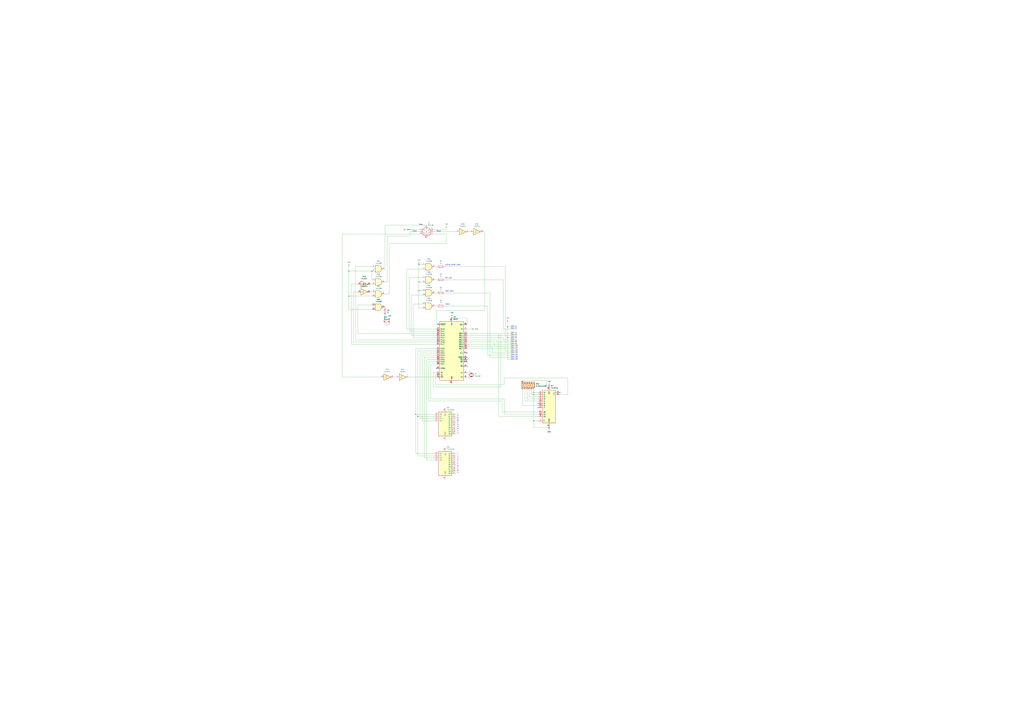
<source format=kicad_sch>
(kicad_sch (version 20211123) (generator eeschema)

  (uuid 9538e4ed-27e6-4c37-b989-9859dc0d49e8)

  (paper "A0")

  (lib_symbols
    (symbol "74xx:74LS14" (pin_names (offset 1.016)) (in_bom yes) (on_board yes)
      (property "Reference" "U" (id 0) (at 0 1.27 0)
        (effects (font (size 1.27 1.27)))
      )
      (property "Value" "74LS14" (id 1) (at 0 -1.27 0)
        (effects (font (size 1.27 1.27)))
      )
      (property "Footprint" "" (id 2) (at 0 0 0)
        (effects (font (size 1.27 1.27)) hide)
      )
      (property "Datasheet" "http://www.ti.com/lit/gpn/sn74LS14" (id 3) (at 0 0 0)
        (effects (font (size 1.27 1.27)) hide)
      )
      (property "ki_locked" "" (id 4) (at 0 0 0)
        (effects (font (size 1.27 1.27)))
      )
      (property "ki_keywords" "TTL not inverter" (id 5) (at 0 0 0)
        (effects (font (size 1.27 1.27)) hide)
      )
      (property "ki_description" "Hex inverter schmitt trigger" (id 6) (at 0 0 0)
        (effects (font (size 1.27 1.27)) hide)
      )
      (property "ki_fp_filters" "DIP*W7.62mm*" (id 7) (at 0 0 0)
        (effects (font (size 1.27 1.27)) hide)
      )
      (symbol "74LS14_1_0"
        (polyline
          (pts
            (xy -3.81 3.81)
            (xy -3.81 -3.81)
            (xy 3.81 0)
            (xy -3.81 3.81)
          )
          (stroke (width 0.254) (type default) (color 0 0 0 0))
          (fill (type background))
        )
        (pin input line (at -7.62 0 0) (length 3.81)
          (name "~" (effects (font (size 1.27 1.27))))
          (number "1" (effects (font (size 1.27 1.27))))
        )
        (pin output inverted (at 7.62 0 180) (length 3.81)
          (name "~" (effects (font (size 1.27 1.27))))
          (number "2" (effects (font (size 1.27 1.27))))
        )
      )
      (symbol "74LS14_1_1"
        (polyline
          (pts
            (xy -1.905 -1.27)
            (xy -1.905 1.27)
            (xy -0.635 1.27)
          )
          (stroke (width 0) (type default) (color 0 0 0 0))
          (fill (type none))
        )
        (polyline
          (pts
            (xy -2.54 -1.27)
            (xy -0.635 -1.27)
            (xy -0.635 1.27)
            (xy 0 1.27)
          )
          (stroke (width 0) (type default) (color 0 0 0 0))
          (fill (type none))
        )
      )
      (symbol "74LS14_2_0"
        (polyline
          (pts
            (xy -3.81 3.81)
            (xy -3.81 -3.81)
            (xy 3.81 0)
            (xy -3.81 3.81)
          )
          (stroke (width 0.254) (type default) (color 0 0 0 0))
          (fill (type background))
        )
        (pin input line (at -7.62 0 0) (length 3.81)
          (name "~" (effects (font (size 1.27 1.27))))
          (number "3" (effects (font (size 1.27 1.27))))
        )
        (pin output inverted (at 7.62 0 180) (length 3.81)
          (name "~" (effects (font (size 1.27 1.27))))
          (number "4" (effects (font (size 1.27 1.27))))
        )
      )
      (symbol "74LS14_2_1"
        (polyline
          (pts
            (xy -1.905 -1.27)
            (xy -1.905 1.27)
            (xy -0.635 1.27)
          )
          (stroke (width 0) (type default) (color 0 0 0 0))
          (fill (type none))
        )
        (polyline
          (pts
            (xy -2.54 -1.27)
            (xy -0.635 -1.27)
            (xy -0.635 1.27)
            (xy 0 1.27)
          )
          (stroke (width 0) (type default) (color 0 0 0 0))
          (fill (type none))
        )
      )
      (symbol "74LS14_3_0"
        (polyline
          (pts
            (xy -3.81 3.81)
            (xy -3.81 -3.81)
            (xy 3.81 0)
            (xy -3.81 3.81)
          )
          (stroke (width 0.254) (type default) (color 0 0 0 0))
          (fill (type background))
        )
        (pin input line (at -7.62 0 0) (length 3.81)
          (name "~" (effects (font (size 1.27 1.27))))
          (number "5" (effects (font (size 1.27 1.27))))
        )
        (pin output inverted (at 7.62 0 180) (length 3.81)
          (name "~" (effects (font (size 1.27 1.27))))
          (number "6" (effects (font (size 1.27 1.27))))
        )
      )
      (symbol "74LS14_3_1"
        (polyline
          (pts
            (xy -1.905 -1.27)
            (xy -1.905 1.27)
            (xy -0.635 1.27)
          )
          (stroke (width 0) (type default) (color 0 0 0 0))
          (fill (type none))
        )
        (polyline
          (pts
            (xy -2.54 -1.27)
            (xy -0.635 -1.27)
            (xy -0.635 1.27)
            (xy 0 1.27)
          )
          (stroke (width 0) (type default) (color 0 0 0 0))
          (fill (type none))
        )
      )
      (symbol "74LS14_4_0"
        (polyline
          (pts
            (xy -3.81 3.81)
            (xy -3.81 -3.81)
            (xy 3.81 0)
            (xy -3.81 3.81)
          )
          (stroke (width 0.254) (type default) (color 0 0 0 0))
          (fill (type background))
        )
        (pin output inverted (at 7.62 0 180) (length 3.81)
          (name "~" (effects (font (size 1.27 1.27))))
          (number "8" (effects (font (size 1.27 1.27))))
        )
        (pin input line (at -7.62 0 0) (length 3.81)
          (name "~" (effects (font (size 1.27 1.27))))
          (number "9" (effects (font (size 1.27 1.27))))
        )
      )
      (symbol "74LS14_4_1"
        (polyline
          (pts
            (xy -1.905 -1.27)
            (xy -1.905 1.27)
            (xy -0.635 1.27)
          )
          (stroke (width 0) (type default) (color 0 0 0 0))
          (fill (type none))
        )
        (polyline
          (pts
            (xy -2.54 -1.27)
            (xy -0.635 -1.27)
            (xy -0.635 1.27)
            (xy 0 1.27)
          )
          (stroke (width 0) (type default) (color 0 0 0 0))
          (fill (type none))
        )
      )
      (symbol "74LS14_5_0"
        (polyline
          (pts
            (xy -3.81 3.81)
            (xy -3.81 -3.81)
            (xy 3.81 0)
            (xy -3.81 3.81)
          )
          (stroke (width 0.254) (type default) (color 0 0 0 0))
          (fill (type background))
        )
        (pin output inverted (at 7.62 0 180) (length 3.81)
          (name "~" (effects (font (size 1.27 1.27))))
          (number "10" (effects (font (size 1.27 1.27))))
        )
        (pin input line (at -7.62 0 0) (length 3.81)
          (name "~" (effects (font (size 1.27 1.27))))
          (number "11" (effects (font (size 1.27 1.27))))
        )
      )
      (symbol "74LS14_5_1"
        (polyline
          (pts
            (xy -1.905 -1.27)
            (xy -1.905 1.27)
            (xy -0.635 1.27)
          )
          (stroke (width 0) (type default) (color 0 0 0 0))
          (fill (type none))
        )
        (polyline
          (pts
            (xy -2.54 -1.27)
            (xy -0.635 -1.27)
            (xy -0.635 1.27)
            (xy 0 1.27)
          )
          (stroke (width 0) (type default) (color 0 0 0 0))
          (fill (type none))
        )
      )
      (symbol "74LS14_6_0"
        (polyline
          (pts
            (xy -3.81 3.81)
            (xy -3.81 -3.81)
            (xy 3.81 0)
            (xy -3.81 3.81)
          )
          (stroke (width 0.254) (type default) (color 0 0 0 0))
          (fill (type background))
        )
        (pin output inverted (at 7.62 0 180) (length 3.81)
          (name "~" (effects (font (size 1.27 1.27))))
          (number "12" (effects (font (size 1.27 1.27))))
        )
        (pin input line (at -7.62 0 0) (length 3.81)
          (name "~" (effects (font (size 1.27 1.27))))
          (number "13" (effects (font (size 1.27 1.27))))
        )
      )
      (symbol "74LS14_6_1"
        (polyline
          (pts
            (xy -1.905 -1.27)
            (xy -1.905 1.27)
            (xy -0.635 1.27)
          )
          (stroke (width 0) (type default) (color 0 0 0 0))
          (fill (type none))
        )
        (polyline
          (pts
            (xy -2.54 -1.27)
            (xy -0.635 -1.27)
            (xy -0.635 1.27)
            (xy 0 1.27)
          )
          (stroke (width 0) (type default) (color 0 0 0 0))
          (fill (type none))
        )
      )
      (symbol "74LS14_7_0"
        (pin power_in line (at 0 12.7 270) (length 5.08)
          (name "VCC" (effects (font (size 1.27 1.27))))
          (number "14" (effects (font (size 1.27 1.27))))
        )
        (pin power_in line (at 0 -12.7 90) (length 5.08)
          (name "GND" (effects (font (size 1.27 1.27))))
          (number "7" (effects (font (size 1.27 1.27))))
        )
      )
      (symbol "74LS14_7_1"
        (rectangle (start -5.08 7.62) (end 5.08 -7.62)
          (stroke (width 0.254) (type default) (color 0 0 0 0))
          (fill (type background))
        )
      )
    )
    (symbol "74xx:74LS145" (pin_names (offset 1.016)) (in_bom yes) (on_board yes)
      (property "Reference" "U" (id 0) (at -7.62 13.97 0)
        (effects (font (size 1.27 1.27)))
      )
      (property "Value" "74LS145" (id 1) (at -7.62 -16.51 0)
        (effects (font (size 1.27 1.27)))
      )
      (property "Footprint" "" (id 2) (at 0 0 0)
        (effects (font (size 1.27 1.27)) hide)
      )
      (property "Datasheet" "http://www.ti.com/lit/gpn/sn74LS145" (id 3) (at 0 0 0)
        (effects (font (size 1.27 1.27)) hide)
      )
      (property "ki_locked" "" (id 4) (at 0 0 0)
        (effects (font (size 1.27 1.27)))
      )
      (property "ki_keywords" "TTL DECOD10 OpenColl" (id 5) (at 0 0 0)
        (effects (font (size 1.27 1.27)) hide)
      )
      (property "ki_description" "Decoder 1 to 10, Open Collector" (id 6) (at 0 0 0)
        (effects (font (size 1.27 1.27)) hide)
      )
      (property "ki_fp_filters" "DIP?16*" (id 7) (at 0 0 0)
        (effects (font (size 1.27 1.27)) hide)
      )
      (symbol "74LS145_1_0"
        (pin open_collector inverted (at 12.7 10.16 180) (length 5.08)
          (name "Q0" (effects (font (size 1.27 1.27))))
          (number "1" (effects (font (size 1.27 1.27))))
        )
        (pin open_collector inverted (at 12.7 -10.16 180) (length 5.08)
          (name "Q8" (effects (font (size 1.27 1.27))))
          (number "10" (effects (font (size 1.27 1.27))))
        )
        (pin open_collector inverted (at 12.7 -12.7 180) (length 5.08)
          (name "Q9" (effects (font (size 1.27 1.27))))
          (number "11" (effects (font (size 1.27 1.27))))
        )
        (pin input line (at -12.7 2.54 0) (length 5.08)
          (name "P3" (effects (font (size 1.27 1.27))))
          (number "12" (effects (font (size 1.27 1.27))))
        )
        (pin input line (at -12.7 5.08 0) (length 5.08)
          (name "P2" (effects (font (size 1.27 1.27))))
          (number "13" (effects (font (size 1.27 1.27))))
        )
        (pin input line (at -12.7 7.62 0) (length 5.08)
          (name "P1" (effects (font (size 1.27 1.27))))
          (number "14" (effects (font (size 1.27 1.27))))
        )
        (pin input line (at -12.7 10.16 0) (length 5.08)
          (name "P0" (effects (font (size 1.27 1.27))))
          (number "15" (effects (font (size 1.27 1.27))))
        )
        (pin power_in line (at 0 17.78 270) (length 5.08)
          (name "VCC" (effects (font (size 1.27 1.27))))
          (number "16" (effects (font (size 1.27 1.27))))
        )
        (pin open_collector inverted (at 12.7 7.62 180) (length 5.08)
          (name "Q1" (effects (font (size 1.27 1.27))))
          (number "2" (effects (font (size 1.27 1.27))))
        )
        (pin open_collector inverted (at 12.7 5.08 180) (length 5.08)
          (name "Q2" (effects (font (size 1.27 1.27))))
          (number "3" (effects (font (size 1.27 1.27))))
        )
        (pin open_collector inverted (at 12.7 2.54 180) (length 5.08)
          (name "Q3" (effects (font (size 1.27 1.27))))
          (number "4" (effects (font (size 1.27 1.27))))
        )
        (pin open_collector inverted (at 12.7 0 180) (length 5.08)
          (name "Q4" (effects (font (size 1.27 1.27))))
          (number "5" (effects (font (size 1.27 1.27))))
        )
        (pin open_collector inverted (at 12.7 -2.54 180) (length 5.08)
          (name "Q5" (effects (font (size 1.27 1.27))))
          (number "6" (effects (font (size 1.27 1.27))))
        )
        (pin open_collector inverted (at 12.7 -5.08 180) (length 5.08)
          (name "Q6" (effects (font (size 1.27 1.27))))
          (number "7" (effects (font (size 1.27 1.27))))
        )
        (pin power_in line (at 0 -20.32 90) (length 5.08)
          (name "GND" (effects (font (size 1.27 1.27))))
          (number "8" (effects (font (size 1.27 1.27))))
        )
        (pin open_collector inverted (at 12.7 -7.62 180) (length 5.08)
          (name "Q7" (effects (font (size 1.27 1.27))))
          (number "9" (effects (font (size 1.27 1.27))))
        )
      )
      (symbol "74LS145_1_1"
        (rectangle (start -7.62 12.7) (end 7.62 -15.24)
          (stroke (width 0.254) (type default) (color 0 0 0 0))
          (fill (type background))
        )
      )
    )
    (symbol "74xx:74LS151" (pin_names (offset 1.016)) (in_bom yes) (on_board yes)
      (property "Reference" "U" (id 0) (at -7.62 19.05 0)
        (effects (font (size 1.27 1.27)))
      )
      (property "Value" "74LS151" (id 1) (at -7.62 -21.59 0)
        (effects (font (size 1.27 1.27)))
      )
      (property "Footprint" "" (id 2) (at 0 0 0)
        (effects (font (size 1.27 1.27)) hide)
      )
      (property "Datasheet" "http://www.ti.com/lit/gpn/sn74LS151" (id 3) (at 0 0 0)
        (effects (font (size 1.27 1.27)) hide)
      )
      (property "ki_locked" "" (id 4) (at 0 0 0)
        (effects (font (size 1.27 1.27)))
      )
      (property "ki_keywords" "TTL MUX8" (id 5) (at 0 0 0)
        (effects (font (size 1.27 1.27)) hide)
      )
      (property "ki_description" "Multiplexer 8 to 1" (id 6) (at 0 0 0)
        (effects (font (size 1.27 1.27)) hide)
      )
      (property "ki_fp_filters" "DIP?16*" (id 7) (at 0 0 0)
        (effects (font (size 1.27 1.27)) hide)
      )
      (symbol "74LS151_1_0"
        (pin input line (at -12.7 7.62 0) (length 5.08)
          (name "I3" (effects (font (size 1.27 1.27))))
          (number "1" (effects (font (size 1.27 1.27))))
        )
        (pin input line (at -12.7 -10.16 0) (length 5.08)
          (name "S1" (effects (font (size 1.27 1.27))))
          (number "10" (effects (font (size 1.27 1.27))))
        )
        (pin input line (at -12.7 -7.62 0) (length 5.08)
          (name "S0" (effects (font (size 1.27 1.27))))
          (number "11" (effects (font (size 1.27 1.27))))
        )
        (pin input line (at -12.7 -2.54 0) (length 5.08)
          (name "I7" (effects (font (size 1.27 1.27))))
          (number "12" (effects (font (size 1.27 1.27))))
        )
        (pin input line (at -12.7 0 0) (length 5.08)
          (name "I6" (effects (font (size 1.27 1.27))))
          (number "13" (effects (font (size 1.27 1.27))))
        )
        (pin input line (at -12.7 2.54 0) (length 5.08)
          (name "I5" (effects (font (size 1.27 1.27))))
          (number "14" (effects (font (size 1.27 1.27))))
        )
        (pin input line (at -12.7 5.08 0) (length 5.08)
          (name "I4" (effects (font (size 1.27 1.27))))
          (number "15" (effects (font (size 1.27 1.27))))
        )
        (pin power_in line (at 0 22.86 270) (length 5.08)
          (name "VCC" (effects (font (size 1.27 1.27))))
          (number "16" (effects (font (size 1.27 1.27))))
        )
        (pin input line (at -12.7 10.16 0) (length 5.08)
          (name "I2" (effects (font (size 1.27 1.27))))
          (number "2" (effects (font (size 1.27 1.27))))
        )
        (pin input line (at -12.7 12.7 0) (length 5.08)
          (name "I1" (effects (font (size 1.27 1.27))))
          (number "3" (effects (font (size 1.27 1.27))))
        )
        (pin input line (at -12.7 15.24 0) (length 5.08)
          (name "I0" (effects (font (size 1.27 1.27))))
          (number "4" (effects (font (size 1.27 1.27))))
        )
        (pin output line (at 12.7 15.24 180) (length 5.08)
          (name "Z" (effects (font (size 1.27 1.27))))
          (number "5" (effects (font (size 1.27 1.27))))
        )
        (pin output line (at 12.7 12.7 180) (length 5.08)
          (name "~{Z}" (effects (font (size 1.27 1.27))))
          (number "6" (effects (font (size 1.27 1.27))))
        )
        (pin input line (at -12.7 -17.78 0) (length 5.08)
          (name "~{E}" (effects (font (size 1.27 1.27))))
          (number "7" (effects (font (size 1.27 1.27))))
        )
        (pin power_in line (at 0 -25.4 90) (length 5.08)
          (name "GND" (effects (font (size 1.27 1.27))))
          (number "8" (effects (font (size 1.27 1.27))))
        )
        (pin input line (at -12.7 -12.7 0) (length 5.08)
          (name "S2" (effects (font (size 1.27 1.27))))
          (number "9" (effects (font (size 1.27 1.27))))
        )
      )
      (symbol "74LS151_1_1"
        (rectangle (start -7.62 17.78) (end 7.62 -20.32)
          (stroke (width 0.254) (type default) (color 0 0 0 0))
          (fill (type background))
        )
      )
    )
    (symbol "74xx:74LS38" (pin_names (offset 1.016)) (in_bom yes) (on_board yes)
      (property "Reference" "U" (id 0) (at 0 1.27 0)
        (effects (font (size 1.27 1.27)))
      )
      (property "Value" "74LS38" (id 1) (at 0 -1.27 0)
        (effects (font (size 1.27 1.27)))
      )
      (property "Footprint" "" (id 2) (at 0 0 0)
        (effects (font (size 1.27 1.27)) hide)
      )
      (property "Datasheet" "http://www.ti.com/lit/gpn/sn74LS38" (id 3) (at 0 0 0)
        (effects (font (size 1.27 1.27)) hide)
      )
      (property "ki_locked" "" (id 4) (at 0 0 0)
        (effects (font (size 1.27 1.27)))
      )
      (property "ki_keywords" "TTL Nand2 OpenCol Buffer" (id 5) (at 0 0 0)
        (effects (font (size 1.27 1.27)) hide)
      )
      (property "ki_description" "Quad Buffer 2-input NAND Open collector" (id 6) (at 0 0 0)
        (effects (font (size 1.27 1.27)) hide)
      )
      (property "ki_fp_filters" "DIP*W7.62mm*" (id 7) (at 0 0 0)
        (effects (font (size 1.27 1.27)) hide)
      )
      (symbol "74LS38_1_1"
        (arc (start 0 -3.81) (mid 3.81 0) (end 0 3.81)
          (stroke (width 0.254) (type default) (color 0 0 0 0))
          (fill (type background))
        )
        (polyline
          (pts
            (xy 0 3.81)
            (xy -3.81 3.81)
            (xy -3.81 -3.81)
            (xy 0 -3.81)
          )
          (stroke (width 0.254) (type default) (color 0 0 0 0))
          (fill (type background))
        )
        (pin input line (at -7.62 2.54 0) (length 3.81)
          (name "~" (effects (font (size 1.27 1.27))))
          (number "1" (effects (font (size 1.27 1.27))))
        )
        (pin input line (at -7.62 -2.54 0) (length 3.81)
          (name "~" (effects (font (size 1.27 1.27))))
          (number "2" (effects (font (size 1.27 1.27))))
        )
        (pin open_collector inverted (at 7.62 0 180) (length 3.81)
          (name "~" (effects (font (size 1.27 1.27))))
          (number "3" (effects (font (size 1.27 1.27))))
        )
      )
      (symbol "74LS38_1_2"
        (arc (start -3.81 -3.81) (mid -2.589 0) (end -3.81 3.81)
          (stroke (width 0.254) (type default) (color 0 0 0 0))
          (fill (type none))
        )
        (arc (start -0.6096 -3.81) (mid 2.1842 -2.5851) (end 3.81 0)
          (stroke (width 0.254) (type default) (color 0 0 0 0))
          (fill (type background))
        )
        (polyline
          (pts
            (xy -3.81 -3.81)
            (xy -0.635 -3.81)
          )
          (stroke (width 0.254) (type default) (color 0 0 0 0))
          (fill (type background))
        )
        (polyline
          (pts
            (xy -3.81 3.81)
            (xy -0.635 3.81)
          )
          (stroke (width 0.254) (type default) (color 0 0 0 0))
          (fill (type background))
        )
        (polyline
          (pts
            (xy -0.635 3.81)
            (xy -3.81 3.81)
            (xy -3.81 3.81)
            (xy -3.556 3.4036)
            (xy -3.0226 2.2606)
            (xy -2.6924 1.0414)
            (xy -2.6162 -0.254)
            (xy -2.7686 -1.4986)
            (xy -3.175 -2.7178)
            (xy -3.81 -3.81)
            (xy -3.81 -3.81)
            (xy -0.635 -3.81)
          )
          (stroke (width -25.4) (type default) (color 0 0 0 0))
          (fill (type background))
        )
        (arc (start 3.81 0) (mid 2.1915 2.5936) (end -0.6096 3.81)
          (stroke (width 0.254) (type default) (color 0 0 0 0))
          (fill (type background))
        )
        (pin input inverted (at -7.62 2.54 0) (length 4.318)
          (name "~" (effects (font (size 1.27 1.27))))
          (number "1" (effects (font (size 1.27 1.27))))
        )
        (pin input inverted (at -7.62 -2.54 0) (length 4.318)
          (name "~" (effects (font (size 1.27 1.27))))
          (number "2" (effects (font (size 1.27 1.27))))
        )
        (pin open_collector line (at 7.62 0 180) (length 3.81)
          (name "~" (effects (font (size 1.27 1.27))))
          (number "3" (effects (font (size 1.27 1.27))))
        )
      )
      (symbol "74LS38_2_1"
        (arc (start 0 -3.81) (mid 3.81 0) (end 0 3.81)
          (stroke (width 0.254) (type default) (color 0 0 0 0))
          (fill (type background))
        )
        (polyline
          (pts
            (xy 0 3.81)
            (xy -3.81 3.81)
            (xy -3.81 -3.81)
            (xy 0 -3.81)
          )
          (stroke (width 0.254) (type default) (color 0 0 0 0))
          (fill (type background))
        )
        (pin input line (at -7.62 2.54 0) (length 3.81)
          (name "~" (effects (font (size 1.27 1.27))))
          (number "4" (effects (font (size 1.27 1.27))))
        )
        (pin input line (at -7.62 -2.54 0) (length 3.81)
          (name "~" (effects (font (size 1.27 1.27))))
          (number "5" (effects (font (size 1.27 1.27))))
        )
        (pin open_collector inverted (at 7.62 0 180) (length 3.81)
          (name "~" (effects (font (size 1.27 1.27))))
          (number "6" (effects (font (size 1.27 1.27))))
        )
      )
      (symbol "74LS38_2_2"
        (arc (start -3.81 -3.81) (mid -2.589 0) (end -3.81 3.81)
          (stroke (width 0.254) (type default) (color 0 0 0 0))
          (fill (type none))
        )
        (arc (start -0.6096 -3.81) (mid 2.1842 -2.5851) (end 3.81 0)
          (stroke (width 0.254) (type default) (color 0 0 0 0))
          (fill (type background))
        )
        (polyline
          (pts
            (xy -3.81 -3.81)
            (xy -0.635 -3.81)
          )
          (stroke (width 0.254) (type default) (color 0 0 0 0))
          (fill (type background))
        )
        (polyline
          (pts
            (xy -3.81 3.81)
            (xy -0.635 3.81)
          )
          (stroke (width 0.254) (type default) (color 0 0 0 0))
          (fill (type background))
        )
        (polyline
          (pts
            (xy -0.635 3.81)
            (xy -3.81 3.81)
            (xy -3.81 3.81)
            (xy -3.556 3.4036)
            (xy -3.0226 2.2606)
            (xy -2.6924 1.0414)
            (xy -2.6162 -0.254)
            (xy -2.7686 -1.4986)
            (xy -3.175 -2.7178)
            (xy -3.81 -3.81)
            (xy -3.81 -3.81)
            (xy -0.635 -3.81)
          )
          (stroke (width -25.4) (type default) (color 0 0 0 0))
          (fill (type background))
        )
        (arc (start 3.81 0) (mid 2.1915 2.5936) (end -0.6096 3.81)
          (stroke (width 0.254) (type default) (color 0 0 0 0))
          (fill (type background))
        )
        (pin input inverted (at -7.62 2.54 0) (length 4.318)
          (name "~" (effects (font (size 1.27 1.27))))
          (number "4" (effects (font (size 1.27 1.27))))
        )
        (pin input inverted (at -7.62 -2.54 0) (length 4.318)
          (name "~" (effects (font (size 1.27 1.27))))
          (number "5" (effects (font (size 1.27 1.27))))
        )
        (pin open_collector line (at 7.62 0 180) (length 3.81)
          (name "~" (effects (font (size 1.27 1.27))))
          (number "6" (effects (font (size 1.27 1.27))))
        )
      )
      (symbol "74LS38_3_1"
        (arc (start 0 -3.81) (mid 3.81 0) (end 0 3.81)
          (stroke (width 0.254) (type default) (color 0 0 0 0))
          (fill (type background))
        )
        (polyline
          (pts
            (xy 0 3.81)
            (xy -3.81 3.81)
            (xy -3.81 -3.81)
            (xy 0 -3.81)
          )
          (stroke (width 0.254) (type default) (color 0 0 0 0))
          (fill (type background))
        )
        (pin input line (at -7.62 -2.54 0) (length 3.81)
          (name "~" (effects (font (size 1.27 1.27))))
          (number "10" (effects (font (size 1.27 1.27))))
        )
        (pin open_collector inverted (at 7.62 0 180) (length 3.81)
          (name "~" (effects (font (size 1.27 1.27))))
          (number "8" (effects (font (size 1.27 1.27))))
        )
        (pin input line (at -7.62 2.54 0) (length 3.81)
          (name "~" (effects (font (size 1.27 1.27))))
          (number "9" (effects (font (size 1.27 1.27))))
        )
      )
      (symbol "74LS38_3_2"
        (arc (start -3.81 -3.81) (mid -2.589 0) (end -3.81 3.81)
          (stroke (width 0.254) (type default) (color 0 0 0 0))
          (fill (type none))
        )
        (arc (start -0.6096 -3.81) (mid 2.1842 -2.5851) (end 3.81 0)
          (stroke (width 0.254) (type default) (color 0 0 0 0))
          (fill (type background))
        )
        (polyline
          (pts
            (xy -3.81 -3.81)
            (xy -0.635 -3.81)
          )
          (stroke (width 0.254) (type default) (color 0 0 0 0))
          (fill (type background))
        )
        (polyline
          (pts
            (xy -3.81 3.81)
            (xy -0.635 3.81)
          )
          (stroke (width 0.254) (type default) (color 0 0 0 0))
          (fill (type background))
        )
        (polyline
          (pts
            (xy -0.635 3.81)
            (xy -3.81 3.81)
            (xy -3.81 3.81)
            (xy -3.556 3.4036)
            (xy -3.0226 2.2606)
            (xy -2.6924 1.0414)
            (xy -2.6162 -0.254)
            (xy -2.7686 -1.4986)
            (xy -3.175 -2.7178)
            (xy -3.81 -3.81)
            (xy -3.81 -3.81)
            (xy -0.635 -3.81)
          )
          (stroke (width -25.4) (type default) (color 0 0 0 0))
          (fill (type background))
        )
        (arc (start 3.81 0) (mid 2.1915 2.5936) (end -0.6096 3.81)
          (stroke (width 0.254) (type default) (color 0 0 0 0))
          (fill (type background))
        )
        (pin input inverted (at -7.62 -2.54 0) (length 4.318)
          (name "~" (effects (font (size 1.27 1.27))))
          (number "10" (effects (font (size 1.27 1.27))))
        )
        (pin open_collector line (at 7.62 0 180) (length 3.81)
          (name "~" (effects (font (size 1.27 1.27))))
          (number "8" (effects (font (size 1.27 1.27))))
        )
        (pin input inverted (at -7.62 2.54 0) (length 4.318)
          (name "~" (effects (font (size 1.27 1.27))))
          (number "9" (effects (font (size 1.27 1.27))))
        )
      )
      (symbol "74LS38_4_1"
        (arc (start 0 -3.81) (mid 3.81 0) (end 0 3.81)
          (stroke (width 0.254) (type default) (color 0 0 0 0))
          (fill (type background))
        )
        (polyline
          (pts
            (xy 0 3.81)
            (xy -3.81 3.81)
            (xy -3.81 -3.81)
            (xy 0 -3.81)
          )
          (stroke (width 0.254) (type default) (color 0 0 0 0))
          (fill (type background))
        )
        (pin open_collector inverted (at 7.62 0 180) (length 3.81)
          (name "~" (effects (font (size 1.27 1.27))))
          (number "11" (effects (font (size 1.27 1.27))))
        )
        (pin input line (at -7.62 2.54 0) (length 3.81)
          (name "~" (effects (font (size 1.27 1.27))))
          (number "12" (effects (font (size 1.27 1.27))))
        )
        (pin input line (at -7.62 -2.54 0) (length 3.81)
          (name "~" (effects (font (size 1.27 1.27))))
          (number "13" (effects (font (size 1.27 1.27))))
        )
      )
      (symbol "74LS38_4_2"
        (arc (start -3.81 -3.81) (mid -2.589 0) (end -3.81 3.81)
          (stroke (width 0.254) (type default) (color 0 0 0 0))
          (fill (type none))
        )
        (arc (start -0.6096 -3.81) (mid 2.1842 -2.5851) (end 3.81 0)
          (stroke (width 0.254) (type default) (color 0 0 0 0))
          (fill (type background))
        )
        (polyline
          (pts
            (xy -3.81 -3.81)
            (xy -0.635 -3.81)
          )
          (stroke (width 0.254) (type default) (color 0 0 0 0))
          (fill (type background))
        )
        (polyline
          (pts
            (xy -3.81 3.81)
            (xy -0.635 3.81)
          )
          (stroke (width 0.254) (type default) (color 0 0 0 0))
          (fill (type background))
        )
        (polyline
          (pts
            (xy -0.635 3.81)
            (xy -3.81 3.81)
            (xy -3.81 3.81)
            (xy -3.556 3.4036)
            (xy -3.0226 2.2606)
            (xy -2.6924 1.0414)
            (xy -2.6162 -0.254)
            (xy -2.7686 -1.4986)
            (xy -3.175 -2.7178)
            (xy -3.81 -3.81)
            (xy -3.81 -3.81)
            (xy -0.635 -3.81)
          )
          (stroke (width -25.4) (type default) (color 0 0 0 0))
          (fill (type background))
        )
        (arc (start 3.81 0) (mid 2.1915 2.5936) (end -0.6096 3.81)
          (stroke (width 0.254) (type default) (color 0 0 0 0))
          (fill (type background))
        )
        (pin open_collector line (at 7.62 0 180) (length 3.81)
          (name "~" (effects (font (size 1.27 1.27))))
          (number "11" (effects (font (size 1.27 1.27))))
        )
        (pin input inverted (at -7.62 2.54 0) (length 4.318)
          (name "~" (effects (font (size 1.27 1.27))))
          (number "12" (effects (font (size 1.27 1.27))))
        )
        (pin input inverted (at -7.62 -2.54 0) (length 4.318)
          (name "~" (effects (font (size 1.27 1.27))))
          (number "13" (effects (font (size 1.27 1.27))))
        )
      )
      (symbol "74LS38_5_0"
        (pin power_in line (at 0 12.7 270) (length 5.08)
          (name "VCC" (effects (font (size 1.27 1.27))))
          (number "14" (effects (font (size 1.27 1.27))))
        )
        (pin power_in line (at 0 -12.7 90) (length 5.08)
          (name "GND" (effects (font (size 1.27 1.27))))
          (number "7" (effects (font (size 1.27 1.27))))
        )
      )
      (symbol "74LS38_5_1"
        (rectangle (start -5.08 7.62) (end 5.08 -7.62)
          (stroke (width 0.254) (type default) (color 0 0 0 0))
          (fill (type background))
        )
      )
    )
    (symbol "Connector:DIN-8" (pin_names (offset 1.016)) (in_bom yes) (on_board yes)
      (property "Reference" "J" (id 0) (at 3.175 5.715 0)
        (effects (font (size 1.27 1.27)))
      )
      (property "Value" "DIN-8" (id 1) (at 2.032 -5.842 0)
        (effects (font (size 1.27 1.27)) (justify left))
      )
      (property "Footprint" "" (id 2) (at 0 0 0)
        (effects (font (size 1.27 1.27)) hide)
      )
      (property "Datasheet" "http://www.mouser.com/ds/2/18/40_c091_abd_e-75918.pdf" (id 3) (at 0 0 0)
        (effects (font (size 1.27 1.27)) hide)
      )
      (property "ki_keywords" "circular DIN connector" (id 4) (at 0 0 0)
        (effects (font (size 1.27 1.27)) hide)
      )
      (property "ki_description" "8-pin DIN connector" (id 5) (at 0 0 0)
        (effects (font (size 1.27 1.27)) hide)
      )
      (property "ki_fp_filters" "DIN*" (id 6) (at 0 0 0)
        (effects (font (size 1.27 1.27)) hide)
      )
      (symbol "DIN-8_0_1"
        (arc (start -5.08 0) (mid -3.8609 -3.3364) (end -0.762 -5.08)
          (stroke (width 0.254) (type default) (color 0 0 0 0))
          (fill (type none))
        )
        (circle (center -3.048 -0.762) (radius 0.508)
          (stroke (width 0) (type default) (color 0 0 0 0))
          (fill (type none))
        )
        (circle (center -2.54 2.032) (radius 0.508)
          (stroke (width 0) (type default) (color 0 0 0 0))
          (fill (type none))
        )
        (circle (center -1.524 -2.794) (radius 0.508)
          (stroke (width 0) (type default) (color 0 0 0 0))
          (fill (type none))
        )
        (polyline
          (pts
            (xy -5.08 0)
            (xy -3.556 -0.508)
          )
          (stroke (width 0) (type default) (color 0 0 0 0))
          (fill (type none))
        )
        (polyline
          (pts
            (xy 0 -0.508)
            (xy 0 -5.08)
          )
          (stroke (width 0) (type default) (color 0 0 0 0))
          (fill (type none))
        )
        (polyline
          (pts
            (xy 0 5.08)
            (xy 0 3.81)
          )
          (stroke (width 0) (type default) (color 0 0 0 0))
          (fill (type none))
        )
        (polyline
          (pts
            (xy 5.08 0)
            (xy 3.556 -0.508)
          )
          (stroke (width 0) (type default) (color 0 0 0 0))
          (fill (type none))
        )
        (polyline
          (pts
            (xy -5.08 -2.54)
            (xy -4.318 -2.54)
            (xy -2.032 -2.794)
          )
          (stroke (width 0) (type default) (color 0 0 0 0))
          (fill (type none))
        )
        (polyline
          (pts
            (xy -5.08 2.54)
            (xy -4.318 2.54)
            (xy -3.048 2.286)
          )
          (stroke (width 0) (type default) (color 0 0 0 0))
          (fill (type none))
        )
        (polyline
          (pts
            (xy 5.08 -2.54)
            (xy 4.318 -2.54)
            (xy 2.032 -2.794)
          )
          (stroke (width 0) (type default) (color 0 0 0 0))
          (fill (type none))
        )
        (polyline
          (pts
            (xy 5.08 2.54)
            (xy 4.318 2.54)
            (xy 3.048 2.286)
          )
          (stroke (width 0) (type default) (color 0 0 0 0))
          (fill (type none))
        )
        (polyline
          (pts
            (xy -0.762 -4.953)
            (xy -0.762 -4.191)
            (xy 0.762 -4.191)
            (xy 0.762 -4.953)
          )
          (stroke (width 0.254) (type default) (color 0 0 0 0))
          (fill (type none))
        )
        (circle (center 0 0) (radius 0.508)
          (stroke (width 0) (type default) (color 0 0 0 0))
          (fill (type none))
        )
        (circle (center 0 3.302) (radius 0.508)
          (stroke (width 0) (type default) (color 0 0 0 0))
          (fill (type none))
        )
        (arc (start 0.762 -5.08) (mid 3.8685 -3.343) (end 5.08 0)
          (stroke (width 0.254) (type default) (color 0 0 0 0))
          (fill (type none))
        )
        (circle (center 1.524 -2.794) (radius 0.508)
          (stroke (width 0) (type default) (color 0 0 0 0))
          (fill (type none))
        )
        (circle (center 2.54 2.032) (radius 0.508)
          (stroke (width 0) (type default) (color 0 0 0 0))
          (fill (type none))
        )
        (circle (center 3.048 -0.762) (radius 0.508)
          (stroke (width 0) (type default) (color 0 0 0 0))
          (fill (type none))
        )
        (arc (start 5.08 0) (mid 0 5.08) (end -5.08 0)
          (stroke (width 0.254) (type default) (color 0 0 0 0))
          (fill (type none))
        )
      )
      (symbol "DIN-8_1_1"
        (pin passive line (at -7.62 0 0) (length 2.54)
          (name "~" (effects (font (size 1.27 1.27))))
          (number "1" (effects (font (size 1.27 1.27))))
        )
        (pin passive line (at 0 7.62 270) (length 2.54)
          (name "~" (effects (font (size 1.27 1.27))))
          (number "2" (effects (font (size 1.27 1.27))))
        )
        (pin passive line (at 7.62 0 180) (length 2.54)
          (name "~" (effects (font (size 1.27 1.27))))
          (number "3" (effects (font (size 1.27 1.27))))
        )
        (pin passive line (at -7.62 2.54 0) (length 2.54)
          (name "~" (effects (font (size 1.27 1.27))))
          (number "4" (effects (font (size 1.27 1.27))))
        )
        (pin passive line (at 7.62 2.54 180) (length 2.54)
          (name "~" (effects (font (size 1.27 1.27))))
          (number "5" (effects (font (size 1.27 1.27))))
        )
        (pin passive line (at -7.62 -2.54 0) (length 2.54)
          (name "~" (effects (font (size 1.27 1.27))))
          (number "6" (effects (font (size 1.27 1.27))))
        )
        (pin passive line (at 7.62 -2.54 180) (length 2.54)
          (name "~" (effects (font (size 1.27 1.27))))
          (number "7" (effects (font (size 1.27 1.27))))
        )
        (pin passive line (at 0 -7.62 90) (length 2.54)
          (name "~" (effects (font (size 1.27 1.27))))
          (number "8" (effects (font (size 1.27 1.27))))
        )
      )
    )
    (symbol "Device:Buzzer" (pin_names (offset 0.0254) hide) (in_bom yes) (on_board yes)
      (property "Reference" "BZ" (id 0) (at 3.81 1.27 0)
        (effects (font (size 1.27 1.27)) (justify left))
      )
      (property "Value" "Buzzer" (id 1) (at 3.81 -1.27 0)
        (effects (font (size 1.27 1.27)) (justify left))
      )
      (property "Footprint" "" (id 2) (at -0.635 2.54 90)
        (effects (font (size 1.27 1.27)) hide)
      )
      (property "Datasheet" "~" (id 3) (at -0.635 2.54 90)
        (effects (font (size 1.27 1.27)) hide)
      )
      (property "ki_keywords" "quartz resonator ceramic" (id 4) (at 0 0 0)
        (effects (font (size 1.27 1.27)) hide)
      )
      (property "ki_description" "Buzzer, polarized" (id 5) (at 0 0 0)
        (effects (font (size 1.27 1.27)) hide)
      )
      (property "ki_fp_filters" "*Buzzer*" (id 6) (at 0 0 0)
        (effects (font (size 1.27 1.27)) hide)
      )
      (symbol "Buzzer_0_1"
        (arc (start 0 -3.175) (mid 3.175 0) (end 0 3.175)
          (stroke (width 0) (type default) (color 0 0 0 0))
          (fill (type none))
        )
        (polyline
          (pts
            (xy -1.651 1.905)
            (xy -1.143 1.905)
          )
          (stroke (width 0) (type default) (color 0 0 0 0))
          (fill (type none))
        )
        (polyline
          (pts
            (xy -1.397 2.159)
            (xy -1.397 1.651)
          )
          (stroke (width 0) (type default) (color 0 0 0 0))
          (fill (type none))
        )
        (polyline
          (pts
            (xy 0 3.175)
            (xy 0 -3.175)
          )
          (stroke (width 0) (type default) (color 0 0 0 0))
          (fill (type none))
        )
      )
      (symbol "Buzzer_1_1"
        (pin passive line (at -2.54 2.54 0) (length 2.54)
          (name "-" (effects (font (size 1.27 1.27))))
          (number "1" (effects (font (size 1.27 1.27))))
        )
        (pin passive line (at -2.54 -2.54 0) (length 2.54)
          (name "+" (effects (font (size 1.27 1.27))))
          (number "2" (effects (font (size 1.27 1.27))))
        )
      )
    )
    (symbol "Device:Crystal" (pin_numbers hide) (pin_names (offset 1.016) hide) (in_bom yes) (on_board yes)
      (property "Reference" "Y" (id 0) (at 0 3.81 0)
        (effects (font (size 1.27 1.27)))
      )
      (property "Value" "Crystal" (id 1) (at 0 -3.81 0)
        (effects (font (size 1.27 1.27)))
      )
      (property "Footprint" "" (id 2) (at 0 0 0)
        (effects (font (size 1.27 1.27)) hide)
      )
      (property "Datasheet" "~" (id 3) (at 0 0 0)
        (effects (font (size 1.27 1.27)) hide)
      )
      (property "ki_keywords" "quartz ceramic resonator oscillator" (id 4) (at 0 0 0)
        (effects (font (size 1.27 1.27)) hide)
      )
      (property "ki_description" "Two pin crystal" (id 5) (at 0 0 0)
        (effects (font (size 1.27 1.27)) hide)
      )
      (property "ki_fp_filters" "Crystal*" (id 6) (at 0 0 0)
        (effects (font (size 1.27 1.27)) hide)
      )
      (symbol "Crystal_0_1"
        (rectangle (start -1.143 2.54) (end 1.143 -2.54)
          (stroke (width 0.3048) (type default) (color 0 0 0 0))
          (fill (type none))
        )
        (polyline
          (pts
            (xy -2.54 0)
            (xy -1.905 0)
          )
          (stroke (width 0) (type default) (color 0 0 0 0))
          (fill (type none))
        )
        (polyline
          (pts
            (xy -1.905 -1.27)
            (xy -1.905 1.27)
          )
          (stroke (width 0.508) (type default) (color 0 0 0 0))
          (fill (type none))
        )
        (polyline
          (pts
            (xy 1.905 -1.27)
            (xy 1.905 1.27)
          )
          (stroke (width 0.508) (type default) (color 0 0 0 0))
          (fill (type none))
        )
        (polyline
          (pts
            (xy 2.54 0)
            (xy 1.905 0)
          )
          (stroke (width 0) (type default) (color 0 0 0 0))
          (fill (type none))
        )
      )
      (symbol "Crystal_1_1"
        (pin passive line (at -3.81 0 0) (length 1.27)
          (name "1" (effects (font (size 1.27 1.27))))
          (number "1" (effects (font (size 1.27 1.27))))
        )
        (pin passive line (at 3.81 0 180) (length 1.27)
          (name "2" (effects (font (size 1.27 1.27))))
          (number "2" (effects (font (size 1.27 1.27))))
        )
      )
    )
    (symbol "Device:R" (pin_numbers hide) (pin_names (offset 0)) (in_bom yes) (on_board yes)
      (property "Reference" "R" (id 0) (at 2.032 0 90)
        (effects (font (size 1.27 1.27)))
      )
      (property "Value" "R" (id 1) (at 0 0 90)
        (effects (font (size 1.27 1.27)))
      )
      (property "Footprint" "" (id 2) (at -1.778 0 90)
        (effects (font (size 1.27 1.27)) hide)
      )
      (property "Datasheet" "~" (id 3) (at 0 0 0)
        (effects (font (size 1.27 1.27)) hide)
      )
      (property "ki_keywords" "R res resistor" (id 4) (at 0 0 0)
        (effects (font (size 1.27 1.27)) hide)
      )
      (property "ki_description" "Resistor" (id 5) (at 0 0 0)
        (effects (font (size 1.27 1.27)) hide)
      )
      (property "ki_fp_filters" "R_*" (id 6) (at 0 0 0)
        (effects (font (size 1.27 1.27)) hide)
      )
      (symbol "R_0_1"
        (rectangle (start -1.016 -2.54) (end 1.016 2.54)
          (stroke (width 0.254) (type default) (color 0 0 0 0))
          (fill (type none))
        )
      )
      (symbol "R_1_1"
        (pin passive line (at 0 3.81 270) (length 1.27)
          (name "~" (effects (font (size 1.27 1.27))))
          (number "1" (effects (font (size 1.27 1.27))))
        )
        (pin passive line (at 0 -3.81 90) (length 1.27)
          (name "~" (effects (font (size 1.27 1.27))))
          (number "2" (effects (font (size 1.27 1.27))))
        )
      )
    )
    (symbol "Device:R_Network06" (pin_names (offset 0) hide) (in_bom yes) (on_board yes)
      (property "Reference" "RN" (id 0) (at -10.16 0 90)
        (effects (font (size 1.27 1.27)))
      )
      (property "Value" "R_Network06" (id 1) (at 7.62 0 90)
        (effects (font (size 1.27 1.27)))
      )
      (property "Footprint" "Resistor_THT:R_Array_SIP7" (id 2) (at 9.525 0 90)
        (effects (font (size 1.27 1.27)) hide)
      )
      (property "Datasheet" "http://www.vishay.com/docs/31509/csc.pdf" (id 3) (at 0 0 0)
        (effects (font (size 1.27 1.27)) hide)
      )
      (property "ki_keywords" "R network star-topology" (id 4) (at 0 0 0)
        (effects (font (size 1.27 1.27)) hide)
      )
      (property "ki_description" "6 resistor network, star topology, bussed resistors, small symbol" (id 5) (at 0 0 0)
        (effects (font (size 1.27 1.27)) hide)
      )
      (property "ki_fp_filters" "R?Array?SIP*" (id 6) (at 0 0 0)
        (effects (font (size 1.27 1.27)) hide)
      )
      (symbol "R_Network06_0_1"
        (rectangle (start -8.89 -3.175) (end 6.35 3.175)
          (stroke (width 0.254) (type default) (color 0 0 0 0))
          (fill (type background))
        )
        (rectangle (start -8.382 1.524) (end -6.858 -2.54)
          (stroke (width 0.254) (type default) (color 0 0 0 0))
          (fill (type none))
        )
        (circle (center -7.62 2.286) (radius 0.254)
          (stroke (width 0) (type default) (color 0 0 0 0))
          (fill (type outline))
        )
        (rectangle (start -5.842 1.524) (end -4.318 -2.54)
          (stroke (width 0.254) (type default) (color 0 0 0 0))
          (fill (type none))
        )
        (circle (center -5.08 2.286) (radius 0.254)
          (stroke (width 0) (type default) (color 0 0 0 0))
          (fill (type outline))
        )
        (rectangle (start -3.302 1.524) (end -1.778 -2.54)
          (stroke (width 0.254) (type default) (color 0 0 0 0))
          (fill (type none))
        )
        (circle (center -2.54 2.286) (radius 0.254)
          (stroke (width 0) (type default) (color 0 0 0 0))
          (fill (type outline))
        )
        (rectangle (start -0.762 1.524) (end 0.762 -2.54)
          (stroke (width 0.254) (type default) (color 0 0 0 0))
          (fill (type none))
        )
        (polyline
          (pts
            (xy -7.62 -2.54)
            (xy -7.62 -3.81)
          )
          (stroke (width 0) (type default) (color 0 0 0 0))
          (fill (type none))
        )
        (polyline
          (pts
            (xy -5.08 -2.54)
            (xy -5.08 -3.81)
          )
          (stroke (width 0) (type default) (color 0 0 0 0))
          (fill (type none))
        )
        (polyline
          (pts
            (xy -2.54 -2.54)
            (xy -2.54 -3.81)
          )
          (stroke (width 0) (type default) (color 0 0 0 0))
          (fill (type none))
        )
        (polyline
          (pts
            (xy 0 -2.54)
            (xy 0 -3.81)
          )
          (stroke (width 0) (type default) (color 0 0 0 0))
          (fill (type none))
        )
        (polyline
          (pts
            (xy 2.54 -2.54)
            (xy 2.54 -3.81)
          )
          (stroke (width 0) (type default) (color 0 0 0 0))
          (fill (type none))
        )
        (polyline
          (pts
            (xy 5.08 -2.54)
            (xy 5.08 -3.81)
          )
          (stroke (width 0) (type default) (color 0 0 0 0))
          (fill (type none))
        )
        (polyline
          (pts
            (xy -7.62 1.524)
            (xy -7.62 2.286)
            (xy -5.08 2.286)
            (xy -5.08 1.524)
          )
          (stroke (width 0) (type default) (color 0 0 0 0))
          (fill (type none))
        )
        (polyline
          (pts
            (xy -5.08 1.524)
            (xy -5.08 2.286)
            (xy -2.54 2.286)
            (xy -2.54 1.524)
          )
          (stroke (width 0) (type default) (color 0 0 0 0))
          (fill (type none))
        )
        (polyline
          (pts
            (xy -2.54 1.524)
            (xy -2.54 2.286)
            (xy 0 2.286)
            (xy 0 1.524)
          )
          (stroke (width 0) (type default) (color 0 0 0 0))
          (fill (type none))
        )
        (polyline
          (pts
            (xy 0 1.524)
            (xy 0 2.286)
            (xy 2.54 2.286)
            (xy 2.54 1.524)
          )
          (stroke (width 0) (type default) (color 0 0 0 0))
          (fill (type none))
        )
        (polyline
          (pts
            (xy 2.54 1.524)
            (xy 2.54 2.286)
            (xy 5.08 2.286)
            (xy 5.08 1.524)
          )
          (stroke (width 0) (type default) (color 0 0 0 0))
          (fill (type none))
        )
        (circle (center 0 2.286) (radius 0.254)
          (stroke (width 0) (type default) (color 0 0 0 0))
          (fill (type outline))
        )
        (rectangle (start 1.778 1.524) (end 3.302 -2.54)
          (stroke (width 0.254) (type default) (color 0 0 0 0))
          (fill (type none))
        )
        (circle (center 2.54 2.286) (radius 0.254)
          (stroke (width 0) (type default) (color 0 0 0 0))
          (fill (type outline))
        )
        (rectangle (start 4.318 1.524) (end 5.842 -2.54)
          (stroke (width 0.254) (type default) (color 0 0 0 0))
          (fill (type none))
        )
      )
      (symbol "R_Network06_1_1"
        (pin passive line (at -7.62 5.08 270) (length 2.54)
          (name "common" (effects (font (size 1.27 1.27))))
          (number "1" (effects (font (size 1.27 1.27))))
        )
        (pin passive line (at -7.62 -5.08 90) (length 1.27)
          (name "R1" (effects (font (size 1.27 1.27))))
          (number "2" (effects (font (size 1.27 1.27))))
        )
        (pin passive line (at -5.08 -5.08 90) (length 1.27)
          (name "R2" (effects (font (size 1.27 1.27))))
          (number "3" (effects (font (size 1.27 1.27))))
        )
        (pin passive line (at -2.54 -5.08 90) (length 1.27)
          (name "R3" (effects (font (size 1.27 1.27))))
          (number "4" (effects (font (size 1.27 1.27))))
        )
        (pin passive line (at 0 -5.08 90) (length 1.27)
          (name "R4" (effects (font (size 1.27 1.27))))
          (number "5" (effects (font (size 1.27 1.27))))
        )
        (pin passive line (at 2.54 -5.08 90) (length 1.27)
          (name "R5" (effects (font (size 1.27 1.27))))
          (number "6" (effects (font (size 1.27 1.27))))
        )
        (pin passive line (at 5.08 -5.08 90) (length 1.27)
          (name "R6" (effects (font (size 1.27 1.27))))
          (number "7" (effects (font (size 1.27 1.27))))
        )
      )
    )
    (symbol "MCU_Intel:8049" (pin_names (offset 1.016)) (in_bom yes) (on_board yes)
      (property "Reference" "U" (id 0) (at -13.97 35.56 0)
        (effects (font (size 1.27 1.27)) (justify left))
      )
      (property "Value" "8049" (id 1) (at 8.89 35.56 0)
        (effects (font (size 1.27 1.27)) (justify left))
      )
      (property "Footprint" "" (id 2) (at 0 5.08 0)
        (effects (font (size 1.27 1.27)) hide)
      )
      (property "Datasheet" "" (id 3) (at 0 5.08 0)
        (effects (font (size 1.27 1.27)) hide)
      )
      (property "ki_keywords" "MCS-48 uC Microcontroller" (id 4) (at 0 0 0)
        (effects (font (size 1.27 1.27)) hide)
      )
      (property "ki_description" "MCS-48 8-bit Microcontroller, 2KB Mask ROM, 128B RAM, DIP-40" (id 5) (at 0 0 0)
        (effects (font (size 1.27 1.27)) hide)
      )
      (property "ki_fp_filters" "DIP* PDIP*" (id 6) (at 0 0 0)
        (effects (font (size 1.27 1.27)) hide)
      )
      (symbol "8049_1_1"
        (rectangle (start -13.97 -34.29) (end 13.97 34.29)
          (stroke (width 0.254) (type default) (color 0 0 0 0))
          (fill (type background))
        )
        (pin input line (at -17.78 -25.4 0) (length 3.81)
          (name "T0" (effects (font (size 1.27 1.27))))
          (number "1" (effects (font (size 1.27 1.27))))
        )
        (pin output output_low (at 17.78 -12.7 180) (length 3.81)
          (name "~{WR}" (effects (font (size 1.27 1.27))))
          (number "10" (effects (font (size 1.27 1.27))))
        )
        (pin output line (at 17.78 -2.54 180) (length 3.81)
          (name "ALE" (effects (font (size 1.27 1.27))))
          (number "11" (effects (font (size 1.27 1.27))))
        )
        (pin bidirectional line (at 17.78 20.32 180) (length 3.81)
          (name "DB.0" (effects (font (size 1.27 1.27))))
          (number "12" (effects (font (size 1.27 1.27))))
        )
        (pin bidirectional line (at 17.78 17.78 180) (length 3.81)
          (name "DB.1" (effects (font (size 1.27 1.27))))
          (number "13" (effects (font (size 1.27 1.27))))
        )
        (pin bidirectional line (at 17.78 15.24 180) (length 3.81)
          (name "DB.2" (effects (font (size 1.27 1.27))))
          (number "14" (effects (font (size 1.27 1.27))))
        )
        (pin bidirectional line (at 17.78 12.7 180) (length 3.81)
          (name "DB.3" (effects (font (size 1.27 1.27))))
          (number "15" (effects (font (size 1.27 1.27))))
        )
        (pin bidirectional line (at 17.78 10.16 180) (length 3.81)
          (name "DB.4" (effects (font (size 1.27 1.27))))
          (number "16" (effects (font (size 1.27 1.27))))
        )
        (pin bidirectional line (at 17.78 7.62 180) (length 3.81)
          (name "DB.5" (effects (font (size 1.27 1.27))))
          (number "17" (effects (font (size 1.27 1.27))))
        )
        (pin bidirectional line (at 17.78 5.08 180) (length 3.81)
          (name "DB.6" (effects (font (size 1.27 1.27))))
          (number "18" (effects (font (size 1.27 1.27))))
        )
        (pin bidirectional line (at 17.78 2.54 180) (length 3.81)
          (name "DB.7" (effects (font (size 1.27 1.27))))
          (number "19" (effects (font (size 1.27 1.27))))
        )
        (pin input line (at 17.78 -25.4 180) (length 3.81)
          (name "X1" (effects (font (size 1.27 1.27))))
          (number "2" (effects (font (size 1.27 1.27))))
        )
        (pin power_in line (at 0 -38.1 90) (length 3.81)
          (name "GND" (effects (font (size 1.27 1.27))))
          (number "20" (effects (font (size 1.27 1.27))))
        )
        (pin bidirectional line (at -17.78 2.54 0) (length 3.81)
          (name "P2.0" (effects (font (size 1.27 1.27))))
          (number "21" (effects (font (size 1.27 1.27))))
        )
        (pin bidirectional line (at -17.78 0 0) (length 3.81)
          (name "P2.1" (effects (font (size 1.27 1.27))))
          (number "22" (effects (font (size 1.27 1.27))))
        )
        (pin bidirectional line (at -17.78 -2.54 0) (length 3.81)
          (name "P2.2" (effects (font (size 1.27 1.27))))
          (number "23" (effects (font (size 1.27 1.27))))
        )
        (pin bidirectional line (at -17.78 -5.08 0) (length 3.81)
          (name "P2.3" (effects (font (size 1.27 1.27))))
          (number "24" (effects (font (size 1.27 1.27))))
        )
        (pin output line (at -17.78 -20.32 0) (length 3.81)
          (name "PROG" (effects (font (size 1.27 1.27))))
          (number "25" (effects (font (size 1.27 1.27))))
        )
        (pin power_in line (at 17.78 30.48 180) (length 3.81)
          (name "VDD" (effects (font (size 1.27 1.27))))
          (number "26" (effects (font (size 1.27 1.27))))
        )
        (pin bidirectional line (at -17.78 25.4 0) (length 3.81)
          (name "P1.0" (effects (font (size 1.27 1.27))))
          (number "27" (effects (font (size 1.27 1.27))))
        )
        (pin bidirectional line (at -17.78 22.86 0) (length 3.81)
          (name "P1.1" (effects (font (size 1.27 1.27))))
          (number "28" (effects (font (size 1.27 1.27))))
        )
        (pin bidirectional line (at -17.78 20.32 0) (length 3.81)
          (name "P1.2" (effects (font (size 1.27 1.27))))
          (number "29" (effects (font (size 1.27 1.27))))
        )
        (pin output line (at 17.78 -30.48 180) (length 3.81)
          (name "X2" (effects (font (size 1.27 1.27))))
          (number "3" (effects (font (size 1.27 1.27))))
        )
        (pin bidirectional line (at -17.78 17.78 0) (length 3.81)
          (name "P1.3" (effects (font (size 1.27 1.27))))
          (number "30" (effects (font (size 1.27 1.27))))
        )
        (pin bidirectional line (at -17.78 15.24 0) (length 3.81)
          (name "P1.4" (effects (font (size 1.27 1.27))))
          (number "31" (effects (font (size 1.27 1.27))))
        )
        (pin bidirectional line (at -17.78 12.7 0) (length 3.81)
          (name "P1.5" (effects (font (size 1.27 1.27))))
          (number "32" (effects (font (size 1.27 1.27))))
        )
        (pin bidirectional line (at -17.78 10.16 0) (length 3.81)
          (name "P1.6" (effects (font (size 1.27 1.27))))
          (number "33" (effects (font (size 1.27 1.27))))
        )
        (pin bidirectional line (at -17.78 7.62 0) (length 3.81)
          (name "P1.7" (effects (font (size 1.27 1.27))))
          (number "34" (effects (font (size 1.27 1.27))))
        )
        (pin bidirectional line (at -17.78 -7.62 0) (length 3.81)
          (name "P2.4" (effects (font (size 1.27 1.27))))
          (number "35" (effects (font (size 1.27 1.27))))
        )
        (pin bidirectional line (at -17.78 -10.16 0) (length 3.81)
          (name "P2.5" (effects (font (size 1.27 1.27))))
          (number "36" (effects (font (size 1.27 1.27))))
        )
        (pin bidirectional line (at -17.78 -12.7 0) (length 3.81)
          (name "P2.6" (effects (font (size 1.27 1.27))))
          (number "37" (effects (font (size 1.27 1.27))))
        )
        (pin bidirectional line (at -17.78 -15.24 0) (length 3.81)
          (name "P2.7" (effects (font (size 1.27 1.27))))
          (number "38" (effects (font (size 1.27 1.27))))
        )
        (pin input line (at -17.78 -27.94 0) (length 3.81)
          (name "T1" (effects (font (size 1.27 1.27))))
          (number "39" (effects (font (size 1.27 1.27))))
        )
        (pin input inverted (at -17.78 30.48 0) (length 3.81)
          (name "~{RESET}" (effects (font (size 1.27 1.27))))
          (number "4" (effects (font (size 1.27 1.27))))
        )
        (pin power_in line (at 0 38.1 270) (length 3.81)
          (name "VCC" (effects (font (size 1.27 1.27))))
          (number "40" (effects (font (size 1.27 1.27))))
        )
        (pin input inverted (at 17.78 -17.78 180) (length 3.81)
          (name "~{SS}" (effects (font (size 1.27 1.27))))
          (number "5" (effects (font (size 1.27 1.27))))
        )
        (pin input inverted (at -17.78 -30.48 0) (length 3.81)
          (name "~{INT}" (effects (font (size 1.27 1.27))))
          (number "6" (effects (font (size 1.27 1.27))))
        )
        (pin input line (at 17.78 25.4 180) (length 3.81)
          (name "EA" (effects (font (size 1.27 1.27))))
          (number "7" (effects (font (size 1.27 1.27))))
        )
        (pin output output_low (at 17.78 -10.16 180) (length 3.81)
          (name "~{RD}" (effects (font (size 1.27 1.27))))
          (number "8" (effects (font (size 1.27 1.27))))
        )
        (pin output output_low (at 17.78 -7.62 180) (length 3.81)
          (name "~{PSEN}" (effects (font (size 1.27 1.27))))
          (number "9" (effects (font (size 1.27 1.27))))
        )
      )
    )
    (symbol "power:+5V" (power) (pin_names (offset 0)) (in_bom yes) (on_board yes)
      (property "Reference" "#PWR" (id 0) (at 0 -3.81 0)
        (effects (font (size 1.27 1.27)) hide)
      )
      (property "Value" "+5V" (id 1) (at 0 3.556 0)
        (effects (font (size 1.27 1.27)))
      )
      (property "Footprint" "" (id 2) (at 0 0 0)
        (effects (font (size 1.27 1.27)) hide)
      )
      (property "Datasheet" "" (id 3) (at 0 0 0)
        (effects (font (size 1.27 1.27)) hide)
      )
      (property "ki_keywords" "power-flag" (id 4) (at 0 0 0)
        (effects (font (size 1.27 1.27)) hide)
      )
      (property "ki_description" "Power symbol creates a global label with name \"+5V\"" (id 5) (at 0 0 0)
        (effects (font (size 1.27 1.27)) hide)
      )
      (symbol "+5V_0_1"
        (polyline
          (pts
            (xy -0.762 1.27)
            (xy 0 2.54)
          )
          (stroke (width 0) (type default) (color 0 0 0 0))
          (fill (type none))
        )
        (polyline
          (pts
            (xy 0 0)
            (xy 0 2.54)
          )
          (stroke (width 0) (type default) (color 0 0 0 0))
          (fill (type none))
        )
        (polyline
          (pts
            (xy 0 2.54)
            (xy 0.762 1.27)
          )
          (stroke (width 0) (type default) (color 0 0 0 0))
          (fill (type none))
        )
      )
      (symbol "+5V_1_1"
        (pin power_in line (at 0 0 90) (length 0) hide
          (name "+5V" (effects (font (size 1.27 1.27))))
          (number "1" (effects (font (size 1.27 1.27))))
        )
      )
    )
    (symbol "power:GND" (power) (pin_names (offset 0)) (in_bom yes) (on_board yes)
      (property "Reference" "#PWR" (id 0) (at 0 -6.35 0)
        (effects (font (size 1.27 1.27)) hide)
      )
      (property "Value" "GND" (id 1) (at 0 -3.81 0)
        (effects (font (size 1.27 1.27)))
      )
      (property "Footprint" "" (id 2) (at 0 0 0)
        (effects (font (size 1.27 1.27)) hide)
      )
      (property "Datasheet" "" (id 3) (at 0 0 0)
        (effects (font (size 1.27 1.27)) hide)
      )
      (property "ki_keywords" "power-flag" (id 4) (at 0 0 0)
        (effects (font (size 1.27 1.27)) hide)
      )
      (property "ki_description" "Power symbol creates a global label with name \"GND\" , ground" (id 5) (at 0 0 0)
        (effects (font (size 1.27 1.27)) hide)
      )
      (symbol "GND_0_1"
        (polyline
          (pts
            (xy 0 0)
            (xy 0 -1.27)
            (xy 1.27 -1.27)
            (xy 0 -2.54)
            (xy -1.27 -1.27)
            (xy 0 -1.27)
          )
          (stroke (width 0) (type default) (color 0 0 0 0))
          (fill (type none))
        )
      )
      (symbol "GND_1_1"
        (pin power_in line (at 0 0 270) (length 0) hide
          (name "GND" (effects (font (size 1.27 1.27))))
          (number "1" (effects (font (size 1.27 1.27))))
        )
      )
    )
  )

  (junction (at 589.28 392.43) (diameter 0) (color 0 0 0 0)
    (uuid 0b5c8020-9f1c-4e96-b25e-a6acda39381f)
  )
  (junction (at 405.13 314.96) (diameter 0) (color 0 0 0 0)
    (uuid 3abe5e68-4f68-457b-9949-95a6bbd963c6)
  )
  (junction (at 486.41 337.82) (diameter 0) (color 0 0 0 0)
    (uuid 4bc03ec7-d418-4bf0-a8fb-f47a7cd7fa09)
  )
  (junction (at 524.51 369.57) (diameter 0) (color 0 0 0 0)
    (uuid 6877f138-b8cb-4e2e-9752-abbbe718b6e8)
  )
  (junction (at 431.8 314.96) (diameter 0) (color 0 0 0 0)
    (uuid 7686d24e-27a7-4a56-8157-97b7520084a3)
  )
  (junction (at 637.54 448.31) (diameter 0) (color 0 0 0 0)
    (uuid 7e052252-95a2-4e8c-a5c8-1978328aaa34)
  )
  (junction (at 619.76 458.47) (diameter 0) (color 0 0 0 0)
    (uuid 7fe1d262-f289-40b0-bfe2-e5b60ccb8985)
  )
  (junction (at 637.54 496.57) (diameter 0) (color 0 0 0 0)
    (uuid 84fabda5-c0be-4e09-8731-7a260e2593d2)
  )
  (junction (at 619.76 455.93) (diameter 0) (color 0 0 0 0)
    (uuid b190836f-fe63-4634-b1d7-77c64d8abaf0)
  )
  (junction (at 485.14 483.87) (diameter 0) (color 0 0 0 0)
    (uuid b4d81e0e-90c6-4f78-9e41-744974903f50)
  )
  (junction (at 482.6 481.33) (diameter 0) (color 0 0 0 0)
    (uuid b9f18aa4-285d-405e-9930-517130ffd865)
  )
  (junction (at 486.41 307.34) (diameter 0) (color 0 0 0 0)
    (uuid d007d20a-26ef-4bb0-831b-8ffa0f2f4a5d)
  )
  (junction (at 486.41 327.66) (diameter 0) (color 0 0 0 0)
    (uuid d1141b8c-a80f-4c2b-867e-c9e2ab5d1238)
  )
  (junction (at 589.28 379.73) (diameter 0) (color 0 0 0 0)
    (uuid d2d3d288-0ec5-4e56-8f9e-39900951ab01)
  )
  (junction (at 405.13 344.17) (diameter 0) (color 0 0 0 0)
    (uuid e4c11777-73eb-4101-8d1a-f23264d9eeaa)
  )
  (junction (at 619.76 488.95) (diameter 0) (color 0 0 0 0)
    (uuid f2aa56c7-695d-4040-8b38-6fb143831357)
  )

  (no_connect (at 542.29 425.45) (uuid 506df02f-03d2-4d0d-a3a7-ab99078d5efe))
  (no_connect (at 542.29 417.83) (uuid 506df02f-03d2-4d0d-a3a7-ab99078d5efe))
  (no_connect (at 542.29 415.29) (uuid 506df02f-03d2-4d0d-a3a7-ab99078d5efe))
  (no_connect (at 542.29 420.37) (uuid 506df02f-03d2-4d0d-a3a7-ab99078d5efe))
  (no_connect (at 542.29 410.21) (uuid 506df02f-03d2-4d0d-a3a7-ab99078d5efe))
  (no_connect (at 506.73 427.99) (uuid 5b077c6d-6d95-41c0-9c47-5afb84318725))
  (no_connect (at 624.84 473.71) (uuid 73ce7049-a7d4-4c6f-a08a-c41480d7f9af))
  (no_connect (at 624.84 468.63) (uuid 73ce7049-a7d4-4c6f-a08a-c41480d7f9af))
  (no_connect (at 650.24 455.93) (uuid 96a7ba74-9d9f-4133-b5a9-ee70d57fcd90))

  (wire (pts (xy 542.29 377.19) (xy 542.29 369.57))
    (stroke (width 0) (type default) (color 0 0 0 0))
    (uuid 0149ec04-a26d-4061-b5e2-83e53789cb54)
  )
  (wire (pts (xy 568.96 340.36) (xy 568.96 415.29))
    (stroke (width 0) (type default) (color 0 0 0 0))
    (uuid 0409a957-bc39-4ebb-be06-81041b77a85c)
  )
  (wire (pts (xy 589.28 379.73) (xy 600.71 379.73))
    (stroke (width 0) (type default) (color 0 0 0 0))
    (uuid 04bf61ac-ec11-4031-8440-891921d26e44)
  )
  (wire (pts (xy 397.51 271.78) (xy 487.68 271.78))
    (stroke (width 0) (type default) (color 0 0 0 0))
    (uuid 063a678d-a380-4f0c-a417-f161b7b42de5)
  )
  (wire (pts (xy 490.22 307.34) (xy 486.41 307.34))
    (stroke (width 0) (type default) (color 0 0 0 0))
    (uuid 06b1bec6-b4e9-46e1-a43e-27a19ec1ade6)
  )
  (wire (pts (xy 405.13 309.88) (xy 405.13 314.96))
    (stroke (width 0) (type default) (color 0 0 0 0))
    (uuid 0900ccab-8f6b-4e5a-a0e5-82d6e3ade799)
  )
  (wire (pts (xy 486.41 337.82) (xy 490.22 337.82))
    (stroke (width 0) (type default) (color 0 0 0 0))
    (uuid 095063ff-5e4e-452f-ac7c-761594a8ed75)
  )
  (wire (pts (xy 574.04 397.51) (xy 574.04 402.59))
    (stroke (width 0) (type default) (color 0 0 0 0))
    (uuid 0a61b199-5c41-4633-ab2f-86fdd8eb6499)
  )
  (wire (pts (xy 518.16 283.21) (xy 518.16 271.78))
    (stroke (width 0) (type default) (color 0 0 0 0))
    (uuid 0ac288d1-8331-4502-b2e2-1c7ff0b2841c)
  )
  (wire (pts (xy 447.04 356.87) (xy 447.04 358.14))
    (stroke (width 0) (type default) (color 0 0 0 0))
    (uuid 0bf7043d-5581-470c-aba2-a76244f4554a)
  )
  (wire (pts (xy 430.53 330.2) (xy 431.8 330.2))
    (stroke (width 0) (type default) (color 0 0 0 0))
    (uuid 0c5fbeac-e131-4d3d-a665-4ee94064703e)
  )
  (wire (pts (xy 431.8 359.41) (xy 405.13 359.41))
    (stroke (width 0) (type default) (color 0 0 0 0))
    (uuid 0e32c766-f96d-40c5-a597-836dbbf6abdb)
  )
  (wire (pts (xy 607.06 441.96) (xy 635 441.96))
    (stroke (width 0) (type default) (color 0 0 0 0))
    (uuid 0e9007bb-5a02-450f-b40c-c476259dc602)
  )
  (wire (pts (xy 415.29 387.35) (xy 415.29 354.33))
    (stroke (width 0) (type default) (color 0 0 0 0))
    (uuid 11ecb85b-f888-4228-b8fc-f6e4021149f5)
  )
  (wire (pts (xy 544.83 269.24) (xy 546.1 269.24))
    (stroke (width 0) (type default) (color 0 0 0 0))
    (uuid 1241a5a8-54a9-40b1-a634-d0fe00b968e6)
  )
  (wire (pts (xy 584.2 392.43) (xy 584.2 394.97))
    (stroke (width 0) (type default) (color 0 0 0 0))
    (uuid 1482658b-16c6-4a8c-93f7-2d2994ed5cd2)
  )
  (wire (pts (xy 397.51 438.15) (xy 441.96 438.15))
    (stroke (width 0) (type default) (color 0 0 0 0))
    (uuid 14dd1540-5d48-405d-abe3-7be56e73f245)
  )
  (wire (pts (xy 544.83 431.8) (xy 547.37 431.8))
    (stroke (width 0) (type default) (color 0 0 0 0))
    (uuid 16f942b1-7eb8-4fa3-b07a-140a2043fc18)
  )
  (wire (pts (xy 584.2 382.27) (xy 600.71 382.27))
    (stroke (width 0) (type default) (color 0 0 0 0))
    (uuid 175d8d74-f7ec-4b36-9272-7114e766fd4e)
  )
  (wire (pts (xy 609.6 466.09) (xy 624.84 466.09))
    (stroke (width 0) (type default) (color 0 0 0 0))
    (uuid 17694414-7463-49c2-bec9-6ee19683cb63)
  )
  (wire (pts (xy 506.73 435.61) (xy 505.46 435.61))
    (stroke (width 0) (type default) (color 0 0 0 0))
    (uuid 180022a0-2f49-4036-a139-8981a053d2db)
  )
  (wire (pts (xy 492.76 532.13) (xy 504.19 532.13))
    (stroke (width 0) (type default) (color 0 0 0 0))
    (uuid 1825a940-057a-4ec8-99dd-a894751d06fb)
  )
  (wire (pts (xy 585.47 439.42) (xy 659.13 439.42))
    (stroke (width 0) (type default) (color 0 0 0 0))
    (uuid 19df84ba-9d21-4c62-aeed-400674c63bf3)
  )
  (wire (pts (xy 576.58 394.97) (xy 576.58 397.51))
    (stroke (width 0) (type default) (color 0 0 0 0))
    (uuid 1b563b78-e68a-4560-aa28-74ec47362c70)
  )
  (wire (pts (xy 619.76 496.57) (xy 637.54 496.57))
    (stroke (width 0) (type default) (color 0 0 0 0))
    (uuid 1d2362c9-103e-4bc7-85c0-35e21db06025)
  )
  (wire (pts (xy 397.51 438.15) (xy 397.51 271.78))
    (stroke (width 0) (type default) (color 0 0 0 0))
    (uuid 1e2a350a-3e1b-4334-afbd-9a9cf2953704)
  )
  (wire (pts (xy 635 448.31) (xy 637.54 448.31))
    (stroke (width 0) (type default) (color 0 0 0 0))
    (uuid 1e3090a2-d477-4b00-ab82-9ae2b1404346)
  )
  (wire (pts (xy 589.28 392.43) (xy 600.71 392.43))
    (stroke (width 0) (type default) (color 0 0 0 0))
    (uuid 1fc7328d-f62d-4ddb-b02e-8a5cefc3d14f)
  )
  (wire (pts (xy 542.29 389.89) (xy 600.71 389.89))
    (stroke (width 0) (type default) (color 0 0 0 0))
    (uuid 1fe50e57-c849-484a-bac2-144bfaafe311)
  )
  (wire (pts (xy 544.83 439.42) (xy 547.37 439.42))
    (stroke (width 0) (type default) (color 0 0 0 0))
    (uuid 20410e3e-0f6b-4968-8814-6e4983a857ae)
  )
  (wire (pts (xy 542.29 438.15) (xy 544.83 438.15))
    (stroke (width 0) (type default) (color 0 0 0 0))
    (uuid 20dece01-d7ab-4ddd-9195-ddfe30b4b797)
  )
  (wire (pts (xy 584.2 394.97) (xy 600.71 394.97))
    (stroke (width 0) (type default) (color 0 0 0 0))
    (uuid 233cc70a-ada2-4848-b8bd-a675426f5dc5)
  )
  (wire (pts (xy 505.46 340.36) (xy 508 340.36))
    (stroke (width 0) (type default) (color 0 0 0 0))
    (uuid 239f6163-de76-409c-a0bf-f068f147374b)
  )
  (wire (pts (xy 659.13 439.42) (xy 659.13 458.47))
    (stroke (width 0) (type default) (color 0 0 0 0))
    (uuid 24fb3bd4-5106-43e8-967c-bd3646d3ee56)
  )
  (wire (pts (xy 562.61 269.24) (xy 561.34 269.24))
    (stroke (width 0) (type default) (color 0 0 0 0))
    (uuid 2755835e-c60b-4566-9b36-0021babeed3e)
  )
  (wire (pts (xy 482.6 481.33) (xy 504.19 481.33))
    (stroke (width 0) (type default) (color 0 0 0 0))
    (uuid 2b153e2f-a883-422d-837b-05bf5bd586b8)
  )
  (wire (pts (xy 505.46 447.04) (xy 585.47 447.04))
    (stroke (width 0) (type default) (color 0 0 0 0))
    (uuid 2c62d22f-ad53-4da8-85ae-0c361bee25c5)
  )
  (wire (pts (xy 571.5 410.21) (xy 600.71 410.21))
    (stroke (width 0) (type default) (color 0 0 0 0))
    (uuid 2d813567-a5a0-4290-8b1b-a5a1d0411801)
  )
  (wire (pts (xy 544.83 433.07) (xy 544.83 431.8))
    (stroke (width 0) (type default) (color 0 0 0 0))
    (uuid 2dba6889-7b97-49e6-a001-0da05bad4ea6)
  )
  (wire (pts (xy 542.29 382.27) (xy 547.37 382.27))
    (stroke (width 0) (type default) (color 0 0 0 0))
    (uuid 2eaffaae-ffa7-4d9c-961d-a9db74ef9303)
  )
  (wire (pts (xy 486.41 358.14) (xy 490.22 358.14))
    (stroke (width 0) (type default) (color 0 0 0 0))
    (uuid 2ec74eae-6eac-41bc-93e9-38fccdd3002c)
  )
  (wire (pts (xy 581.66 387.35) (xy 600.71 387.35))
    (stroke (width 0) (type default) (color 0 0 0 0))
    (uuid 30324eda-5de1-4aed-85fe-ab03fa237a43)
  )
  (wire (pts (xy 505.46 355.6) (xy 508 355.6))
    (stroke (width 0) (type default) (color 0 0 0 0))
    (uuid 3046a453-8f1d-4278-bb0a-244eb93e9186)
  )
  (wire (pts (xy 542.29 369.57) (xy 524.51 369.57))
    (stroke (width 0) (type default) (color 0 0 0 0))
    (uuid 30b9ca89-1a60-499d-9145-3f6e960f99df)
  )
  (wire (pts (xy 477.52 389.89) (xy 477.52 342.9))
    (stroke (width 0) (type default) (color 0 0 0 0))
    (uuid 328564ea-4acb-47e6-a5a0-90a1b760ddc2)
  )
  (wire (pts (xy 476.25 269.24) (xy 487.68 269.24))
    (stroke (width 0) (type default) (color 0 0 0 0))
    (uuid 32a84a9f-4a69-41b3-849b-a5f840a28559)
  )
  (wire (pts (xy 480.06 353.06) (xy 490.22 353.06))
    (stroke (width 0) (type default) (color 0 0 0 0))
    (uuid 32e3a772-7d09-4323-95ce-c84935b63a13)
  )
  (wire (pts (xy 576.58 397.51) (xy 600.71 397.51))
    (stroke (width 0) (type default) (color 0 0 0 0))
    (uuid 332eae28-ed5d-4f26-b44d-54155de07d82)
  )
  (wire (pts (xy 447.04 365.76) (xy 447.04 372.11))
    (stroke (width 0) (type default) (color 0 0 0 0))
    (uuid 336afd0f-ed9b-4747-a17c-d53fbcf6794f)
  )
  (wire (pts (xy 574.04 402.59) (xy 600.71 402.59))
    (stroke (width 0) (type default) (color 0 0 0 0))
    (uuid 3657ff5b-27f6-4c70-888a-2317b48ac680)
  )
  (wire (pts (xy 542.29 397.51) (xy 574.04 397.51))
    (stroke (width 0) (type default) (color 0 0 0 0))
    (uuid 36c01527-9885-4c35-bd5f-3bab61e118d4)
  )
  (wire (pts (xy 405.13 359.41) (xy 405.13 344.17))
    (stroke (width 0) (type default) (color 0 0 0 0))
    (uuid 3791e7f9-e9c1-467e-b3ba-904167a127eb)
  )
  (wire (pts (xy 600.71 407.67) (xy 586.74 407.67))
    (stroke (width 0) (type default) (color 0 0 0 0))
    (uuid 39bd8ad6-f1f2-4048-95b4-c3ed66afc329)
  )
  (wire (pts (xy 497.84 420.37) (xy 497.84 466.09))
    (stroke (width 0) (type default) (color 0 0 0 0))
    (uuid 3a963253-a316-461a-97a3-e6a0fb65819e)
  )
  (wire (pts (xy 486.41 307.34) (xy 486.41 327.66))
    (stroke (width 0) (type default) (color 0 0 0 0))
    (uuid 3bc1432e-b24c-495f-9e4a-3571728d359f)
  )
  (wire (pts (xy 487.68 486.41) (xy 487.68 410.21))
    (stroke (width 0) (type default) (color 0 0 0 0))
    (uuid 3ca490e7-e823-4600-a5c4-a87deb70a145)
  )
  (wire (pts (xy 447.04 312.42) (xy 447.04 261.62))
    (stroke (width 0) (type default) (color 0 0 0 0))
    (uuid 3dcd59f6-5e2e-4d68-a530-b3f1d9648614)
  )
  (wire (pts (xy 568.96 415.29) (xy 600.71 415.29))
    (stroke (width 0) (type default) (color 0 0 0 0))
    (uuid 3eb60d59-821b-4828-8301-fd57032bb96a)
  )
  (wire (pts (xy 607.06 471.17) (xy 624.84 471.17))
    (stroke (width 0) (type default) (color 0 0 0 0))
    (uuid 40aea2af-3940-43d6-a84e-03cec4d385ac)
  )
  (wire (pts (xy 542.29 394.97) (xy 576.58 394.97))
    (stroke (width 0) (type default) (color 0 0 0 0))
    (uuid 4175012b-c758-47e4-8d55-1d30338399ad)
  )
  (wire (pts (xy 474.98 384.81) (xy 506.73 384.81))
    (stroke (width 0) (type default) (color 0 0 0 0))
    (uuid 419208b9-d69d-4046-8a61-0f2491d50343)
  )
  (wire (pts (xy 490.22 412.75) (xy 506.73 412.75))
    (stroke (width 0) (type default) (color 0 0 0 0))
    (uuid 43bce4a7-ff50-4207-9e61-d0fff8420e12)
  )
  (wire (pts (xy 471.17 266.7) (xy 487.68 266.7))
    (stroke (width 0) (type default) (color 0 0 0 0))
    (uuid 43d381e4-9651-4cfa-9745-dd4f6b92e876)
  )
  (wire (pts (xy 617.22 458.47) (xy 619.76 458.47))
    (stroke (width 0) (type default) (color 0 0 0 0))
    (uuid 447c8077-08dd-438c-b6fd-052b4ddc3467)
  )
  (wire (pts (xy 474.98 322.58) (xy 474.98 384.81))
    (stroke (width 0) (type default) (color 0 0 0 0))
    (uuid 48b0272e-df7f-41b2-9896-1601ca6dcd53)
  )
  (wire (pts (xy 452.12 341.63) (xy 452.12 283.21))
    (stroke (width 0) (type default) (color 0 0 0 0))
    (uuid 4c7a164a-d6e8-474c-902b-6517e82e5cd2)
  )
  (wire (pts (xy 457.2 438.15) (xy 459.74 438.15))
    (stroke (width 0) (type default) (color 0 0 0 0))
    (uuid 4d00dd25-f99d-4ac8-b859-6bc0d742e7a2)
  )
  (wire (pts (xy 485.14 407.67) (xy 506.73 407.67))
    (stroke (width 0) (type default) (color 0 0 0 0))
    (uuid 4ddf1a85-b251-4079-81d3-1dc93e04da00)
  )
  (wire (pts (xy 542.29 433.07) (xy 544.83 433.07))
    (stroke (width 0) (type default) (color 0 0 0 0))
    (uuid 4e36cf6e-83a2-4b57-9fe9-122413439657)
  )
  (wire (pts (xy 449.58 327.66) (xy 449.58 274.32))
    (stroke (width 0) (type default) (color 0 0 0 0))
    (uuid 4fcbb0ab-6ed3-4f32-aeed-4dd0b58dd4ee)
  )
  (wire (pts (xy 619.76 488.95) (xy 624.84 488.95))
    (stroke (width 0) (type default) (color 0 0 0 0))
    (uuid 5056caa1-b1b3-4c67-b06b-183977caf4af)
  )
  (wire (pts (xy 542.29 402.59) (xy 571.5 402.59))
    (stroke (width 0) (type default) (color 0 0 0 0))
    (uuid 50ec1e69-7ce8-4315-a55a-7aff9b0445db)
  )
  (wire (pts (xy 506.73 433.07) (xy 502.92 433.07))
    (stroke (width 0) (type default) (color 0 0 0 0))
    (uuid 5212cc2f-e110-4eae-bff4-59cca807b730)
  )
  (wire (pts (xy 589.28 417.83) (xy 600.71 417.83))
    (stroke (width 0) (type default) (color 0 0 0 0))
    (uuid 52f28190-65e7-40ce-b8d0-b28871f0c698)
  )
  (wire (pts (xy 582.93 466.09) (xy 582.93 478.79))
    (stroke (width 0) (type default) (color 0 0 0 0))
    (uuid 5422f3a3-12a0-4984-9ea3-cba9a349363d)
  )
  (wire (pts (xy 506.73 420.37) (xy 497.84 420.37))
    (stroke (width 0) (type default) (color 0 0 0 0))
    (uuid 54efdecf-ff70-400e-a951-9f684c3bcfee)
  )
  (wire (pts (xy 485.14 483.87) (xy 485.14 407.67))
    (stroke (width 0) (type default) (color 0 0 0 0))
    (uuid 57837a84-96e7-40c0-a925-287f4e2cb1c8)
  )
  (wire (pts (xy 586.74 407.67) (xy 586.74 309.88))
    (stroke (width 0) (type default) (color 0 0 0 0))
    (uuid 5bfaf39f-12af-444f-8290-8221f7761dcd)
  )
  (wire (pts (xy 505.46 435.61) (xy 505.46 447.04))
    (stroke (width 0) (type default) (color 0 0 0 0))
    (uuid 5d0c0019-3883-4c66-a6c5-13c007173e20)
  )
  (wire (pts (xy 447.04 327.66) (xy 449.58 327.66))
    (stroke (width 0) (type default) (color 0 0 0 0))
    (uuid 5ef6e2b4-ceca-42c5-bd43-3239773aed89)
  )
  (wire (pts (xy 472.44 312.42) (xy 472.44 382.27))
    (stroke (width 0) (type default) (color 0 0 0 0))
    (uuid 5f46a5ca-a8d7-4660-ba3d-f7e24b134791)
  )
  (wire (pts (xy 415.29 387.35) (xy 506.73 387.35))
    (stroke (width 0) (type default) (color 0 0 0 0))
    (uuid 5f8dbcd4-c055-4910-9e20-6fa15325721b)
  )
  (wire (pts (xy 497.84 466.09) (xy 582.93 466.09))
    (stroke (width 0) (type default) (color 0 0 0 0))
    (uuid 610104e2-a193-49ea-8839-549f4a4a62a8)
  )
  (wire (pts (xy 614.68 461.01) (xy 624.84 461.01))
    (stroke (width 0) (type default) (color 0 0 0 0))
    (uuid 61c239ae-c395-4fa3-985c-46869968b855)
  )
  (wire (pts (xy 412.75 394.97) (xy 412.75 309.88))
    (stroke (width 0) (type default) (color 0 0 0 0))
    (uuid 62ba66d4-29b1-4ebf-8977-23aa09f88394)
  )
  (wire (pts (xy 586.74 309.88) (xy 515.62 309.88))
    (stroke (width 0) (type default) (color 0 0 0 0))
    (uuid 63b15bd3-a567-4dad-8f78-9b778bc06191)
  )
  (wire (pts (xy 584.2 325.12) (xy 584.2 382.27))
    (stroke (width 0) (type default) (color 0 0 0 0))
    (uuid 654db9a2-2478-4942-8a38-1001429f8975)
  )
  (wire (pts (xy 485.14 529.59) (xy 504.19 529.59))
    (stroke (width 0) (type default) (color 0 0 0 0))
    (uuid 6870c422-d22a-4435-b027-f64def3d64bb)
  )
  (wire (pts (xy 659.13 458.47) (xy 650.24 458.47))
    (stroke (width 0) (type default) (color 0 0 0 0))
    (uuid 698f0538-3cd1-412c-8b59-0b7463959ff7)
  )
  (wire (pts (xy 502.92 266.7) (xy 518.16 266.7))
    (stroke (width 0) (type default) (color 0 0 0 0))
    (uuid 69b6a240-8200-43df-a632-a83b9d7219ea)
  )
  (wire (pts (xy 504.19 483.87) (xy 485.14 483.87))
    (stroke (width 0) (type default) (color 0 0 0 0))
    (uuid 6a8bb8d4-58ac-4097-ae06-f2a8a801b4b1)
  )
  (wire (pts (xy 515.62 325.12) (xy 584.2 325.12))
    (stroke (width 0) (type default) (color 0 0 0 0))
    (uuid 6c3dc82c-bcd3-4ecc-9277-7845edd060f5)
  )
  (wire (pts (xy 566.42 412.75) (xy 600.71 412.75))
    (stroke (width 0) (type default) (color 0 0 0 0))
    (uuid 6e96783b-db41-43f5-b442-4dd754114e7c)
  )
  (wire (pts (xy 635 441.96) (xy 635 448.31))
    (stroke (width 0) (type default) (color 0 0 0 0))
    (uuid 6ea30824-3698-46d2-b394-cfac6a90d7b6)
  )
  (wire (pts (xy 490.22 488.95) (xy 490.22 412.75))
    (stroke (width 0) (type default) (color 0 0 0 0))
    (uuid 6eb4e5f0-1898-4a31-958e-2e5a03350318)
  )
  (wire (pts (xy 607.06 452.12) (xy 607.06 471.17))
    (stroke (width 0) (type default) (color 0 0 0 0))
    (uuid 6ed59ec8-1b87-47e4-9a73-f5cf13638275)
  )
  (wire (pts (xy 472.44 382.27) (xy 506.73 382.27))
    (stroke (width 0) (type default) (color 0 0 0 0))
    (uuid 71891ec0-ad35-46bd-8146-af9db483b1bd)
  )
  (wire (pts (xy 447.04 341.63) (xy 452.12 341.63))
    (stroke (width 0) (type default) (color 0 0 0 0))
    (uuid 71ecf514-fc69-4ece-b39e-8b7858a5ef46)
  )
  (wire (pts (xy 515.62 355.6) (xy 566.42 355.6))
    (stroke (width 0) (type default) (color 0 0 0 0))
    (uuid 7304361d-f6dc-40d4-acf9-2002d578777f)
  )
  (wire (pts (xy 486.41 337.82) (xy 486.41 358.14))
    (stroke (width 0) (type default) (color 0 0 0 0))
    (uuid 73621ab0-73d1-4759-a1fe-c1f122afbb8d)
  )
  (wire (pts (xy 614.68 452.12) (xy 614.68 461.01))
    (stroke (width 0) (type default) (color 0 0 0 0))
    (uuid 74b58a0b-02ac-48c8-9d1e-59cada921754)
  )
  (wire (pts (xy 508 309.88) (xy 505.46 309.88))
    (stroke (width 0) (type default) (color 0 0 0 0))
    (uuid 79b838bd-0db2-4255-996d-55138c82f8a3)
  )
  (wire (pts (xy 518.16 271.78) (xy 502.92 271.78))
    (stroke (width 0) (type default) (color 0 0 0 0))
    (uuid 7bfa78a6-b37b-4905-a937-2a1ebf42d3ba)
  )
  (wire (pts (xy 582.93 478.79) (xy 624.84 478.79))
    (stroke (width 0) (type default) (color 0 0 0 0))
    (uuid 7d51c7a0-8fff-481b-bf96-9e5a32a32eeb)
  )
  (wire (pts (xy 477.52 342.9) (xy 490.22 342.9))
    (stroke (width 0) (type default) (color 0 0 0 0))
    (uuid 7f5c1ea3-4b4f-4f78-8527-b87d80084346)
  )
  (wire (pts (xy 542.29 400.05) (xy 600.71 400.05))
    (stroke (width 0) (type default) (color 0 0 0 0))
    (uuid 8177d464-aefd-456f-9873-453692abc6f1)
  )
  (wire (pts (xy 589.28 374.65) (xy 589.28 379.73))
    (stroke (width 0) (type default) (color 0 0 0 0))
    (uuid 8917da35-db62-42a9-a9b4-a6dbea0f5a37)
  )
  (wire (pts (xy 490.22 322.58) (xy 474.98 322.58))
    (stroke (width 0) (type default) (color 0 0 0 0))
    (uuid 8ae135c4-eb40-4f07-a162-f9d413b1e1c6)
  )
  (wire (pts (xy 502.92 449.58) (xy 581.66 449.58))
    (stroke (width 0) (type default) (color 0 0 0 0))
    (uuid 8c486afb-59d6-4f67-b1fe-cfc09a7763da)
  )
  (wire (pts (xy 518.16 266.7) (xy 518.16 265.43))
    (stroke (width 0) (type default) (color 0 0 0 0))
    (uuid 8f805696-c1b1-49f5-9835-5a7b2a6d830a)
  )
  (wire (pts (xy 619.76 458.47) (xy 619.76 488.95))
    (stroke (width 0) (type default) (color 0 0 0 0))
    (uuid 946b1870-9c86-4a4d-8087-ffe686bcad42)
  )
  (wire (pts (xy 482.6 481.33) (xy 482.6 527.05))
    (stroke (width 0) (type default) (color 0 0 0 0))
    (uuid 95a6db13-fe74-4647-a3f4-1a95d50b814c)
  )
  (wire (pts (xy 579.12 483.87) (xy 579.12 387.35))
    (stroke (width 0) (type default) (color 0 0 0 0))
    (uuid 98c51bf7-08e0-49da-8c38-d441b1bd369a)
  )
  (wire (pts (xy 506.73 389.89) (xy 477.52 389.89))
    (stroke (width 0) (type default) (color 0 0 0 0))
    (uuid 992a2f54-d37e-441b-94f5-6dc19dd5a6ec)
  )
  (wire (pts (xy 506.73 422.91) (xy 500.38 422.91))
    (stroke (width 0) (type default) (color 0 0 0 0))
    (uuid 9c049303-7164-4073-a336-5cb5b0f93355)
  )
  (wire (pts (xy 585.47 447.04) (xy 585.47 439.42))
    (stroke (width 0) (type default) (color 0 0 0 0))
    (uuid 9d3b3d0d-f8df-4baa-a81c-e49f37d718c6)
  )
  (wire (pts (xy 506.73 417.83) (xy 495.3 417.83))
    (stroke (width 0) (type default) (color 0 0 0 0))
    (uuid 9e2b1364-e7b1-4eab-9a23-b7b49f0adbd8)
  )
  (wire (pts (xy 482.6 527.05) (xy 504.19 527.05))
    (stroke (width 0) (type default) (color 0 0 0 0))
    (uuid 9e9c1057-fe81-4727-bc47-d9311e178c43)
  )
  (wire (pts (xy 430.53 339.09) (xy 431.8 339.09))
    (stroke (width 0) (type default) (color 0 0 0 0))
    (uuid 9ea80eb8-0029-457d-adec-9e5cc20a8899)
  )
  (wire (pts (xy 485.14 483.87) (xy 485.14 529.59))
    (stroke (width 0) (type default) (color 0 0 0 0))
    (uuid a1efa132-ce3b-4ef8-a805-53f3bd8fc267)
  )
  (wire (pts (xy 410.21 339.09) (xy 415.29 339.09))
    (stroke (width 0) (type default) (color 0 0 0 0))
    (uuid a3dd4c5f-0442-4fd3-8e75-063644b74363)
  )
  (wire (pts (xy 502.92 433.07) (xy 502.92 449.58))
    (stroke (width 0) (type default) (color 0 0 0 0))
    (uuid a459a8ee-b4e9-4279-b3e5-bc8dd737c6df)
  )
  (wire (pts (xy 492.76 415.29) (xy 492.76 532.13))
    (stroke (width 0) (type default) (color 0 0 0 0))
    (uuid a49433f8-645d-49fb-9b35-ec7c498aed7d)
  )
  (wire (pts (xy 506.73 360.68) (xy 562.61 360.68))
    (stroke (width 0) (type default) (color 0 0 0 0))
    (uuid a7993c6b-1c97-4706-8d5f-82e92560f631)
  )
  (wire (pts (xy 407.67 330.2) (xy 407.67 400.05))
    (stroke (width 0) (type default) (color 0 0 0 0))
    (uuid a90c41c6-298f-41c2-ab28-ffbee74df2ab)
  )
  (wire (pts (xy 589.28 392.43) (xy 589.28 417.83))
    (stroke (width 0) (type default) (color 0 0 0 0))
    (uuid aa0cb92a-68c6-438f-9293-77792589bb4a)
  )
  (wire (pts (xy 612.14 452.12) (xy 612.14 463.55))
    (stroke (width 0) (type default) (color 0 0 0 0))
    (uuid acadc5a8-8c8c-4f7e-a139-325d6c21fa6c)
  )
  (wire (pts (xy 431.8 314.96) (xy 405.13 314.96))
    (stroke (width 0) (type default) (color 0 0 0 0))
    (uuid ad916c49-8d00-4121-b046-7bc0083fbf4c)
  )
  (wire (pts (xy 504.19 486.41) (xy 487.68 486.41))
    (stroke (width 0) (type default) (color 0 0 0 0))
    (uuid afb9e86d-68c3-4bf1-a103-c459c9836730)
  )
  (wire (pts (xy 619.76 455.93) (xy 624.84 455.93))
    (stroke (width 0) (type default) (color 0 0 0 0))
    (uuid afcd0160-703d-4418-b78c-ceb70423f526)
  )
  (wire (pts (xy 562.61 360.68) (xy 562.61 269.24))
    (stroke (width 0) (type default) (color 0 0 0 0))
    (uuid b0c2295d-c7c8-43e5-867a-810205d2c251)
  )
  (wire (pts (xy 412.75 309.88) (xy 431.8 309.88))
    (stroke (width 0) (type default) (color 0 0 0 0))
    (uuid b13cac1a-2438-4023-bfc3-1d1c732c61fd)
  )
  (wire (pts (xy 486.41 327.66) (xy 486.41 337.82))
    (stroke (width 0) (type default) (color 0 0 0 0))
    (uuid b5616f8c-a967-4efa-9ebd-9c00aa647228)
  )
  (wire (pts (xy 431.8 314.96) (xy 431.8 325.12))
    (stroke (width 0) (type default) (color 0 0 0 0))
    (uuid b5f3bd3d-21ab-46b6-bb0b-aab0854961a6)
  )
  (wire (pts (xy 506.73 392.43) (xy 480.06 392.43))
    (stroke (width 0) (type default) (color 0 0 0 0))
    (uuid b938ce11-9505-4b04-9881-e5acd4cbba8c)
  )
  (wire (pts (xy 515.62 340.36) (xy 568.96 340.36))
    (stroke (width 0) (type default) (color 0 0 0 0))
    (uuid b9d03041-b45c-489f-a3bd-c7e3cc496ddc)
  )
  (wire (pts (xy 415.29 354.33) (xy 431.8 354.33))
    (stroke (width 0) (type default) (color 0 0 0 0))
    (uuid ba520050-c93a-4efe-b13e-fca6da239e44)
  )
  (wire (pts (xy 447.04 261.62) (xy 495.3 261.62))
    (stroke (width 0) (type default) (color 0 0 0 0))
    (uuid badb6892-2644-4cdf-b530-e5fc638564a5)
  )
  (wire (pts (xy 571.5 402.59) (xy 571.5 410.21))
    (stroke (width 0) (type default) (color 0 0 0 0))
    (uuid bc0bb84c-c0a8-4c79-9029-a9fed91e520f)
  )
  (wire (pts (xy 506.73 397.51) (xy 410.21 397.51))
    (stroke (width 0) (type default) (color 0 0 0 0))
    (uuid bea5186e-c223-4b0c-bcb3-41b6c32882c1)
  )
  (wire (pts (xy 482.6 405.13) (xy 506.73 405.13))
    (stroke (width 0) (type default) (color 0 0 0 0))
    (uuid bee6079c-5ed5-481c-9df2-df57295e178a)
  )
  (wire (pts (xy 500.38 422.91) (xy 500.38 463.55))
    (stroke (width 0) (type default) (color 0 0 0 0))
    (uuid c0aba024-d01d-4af9-8af9-8736d478877a)
  )
  (wire (pts (xy 502.92 269.24) (xy 529.59 269.24))
    (stroke (width 0) (type default) (color 0 0 0 0))
    (uuid c4c2974b-bbdb-45c7-86b1-3632219f6bc8)
  )
  (wire (pts (xy 612.14 463.55) (xy 624.84 463.55))
    (stroke (width 0) (type default) (color 0 0 0 0))
    (uuid c7818c1d-967b-4948-a231-33e544ae284e)
  )
  (wire (pts (xy 581.66 449.58) (xy 581.66 387.35))
    (stroke (width 0) (type default) (color 0 0 0 0))
    (uuid ca933c5a-5490-4298-bff1-1abddb350643)
  )
  (wire (pts (xy 474.98 438.15) (xy 506.73 438.15))
    (stroke (width 0) (type default) (color 0 0 0 0))
    (uuid d1d86f4d-a3c2-4e56-a4e4-8962a0f96c63)
  )
  (wire (pts (xy 619.76 452.12) (xy 619.76 455.93))
    (stroke (width 0) (type default) (color 0 0 0 0))
    (uuid d273dd86-c400-4c3e-aae7-669e8d30a621)
  )
  (wire (pts (xy 405.13 314.96) (xy 405.13 344.17))
    (stroke (width 0) (type default) (color 0 0 0 0))
    (uuid d3897d04-2f5b-4025-9139-4a4f01f366ef)
  )
  (wire (pts (xy 506.73 377.19) (xy 506.73 360.68))
    (stroke (width 0) (type default) (color 0 0 0 0))
    (uuid d4fdc77e-ba1b-4de5-9139-acc54b6b59f0)
  )
  (wire (pts (xy 619.76 455.93) (xy 619.76 458.47))
    (stroke (width 0) (type default) (color 0 0 0 0))
    (uuid d5b11021-9905-4aca-9b61-3e6a23c17bfe)
  )
  (wire (pts (xy 506.73 415.29) (xy 492.76 415.29))
    (stroke (width 0) (type default) (color 0 0 0 0))
    (uuid d5d9cf0d-d926-47f0-b0ab-fa7ace967f04)
  )
  (wire (pts (xy 407.67 330.2) (xy 415.29 330.2))
    (stroke (width 0) (type default) (color 0 0 0 0))
    (uuid d7251fd4-d8a7-4ebc-a03b-a59d79b794d3)
  )
  (wire (pts (xy 505.46 325.12) (xy 508 325.12))
    (stroke (width 0) (type default) (color 0 0 0 0))
    (uuid d75878ea-c7db-4a13-bf40-2fe974a6fa95)
  )
  (wire (pts (xy 542.29 387.35) (xy 579.12 387.35))
    (stroke (width 0) (type default) (color 0 0 0 0))
    (uuid d8292f37-978a-47ee-ad48-f5b71dbba756)
  )
  (wire (pts (xy 585.47 463.55) (xy 585.47 481.33))
    (stroke (width 0) (type default) (color 0 0 0 0))
    (uuid d84a071a-8505-412c-8280-6dcc669161be)
  )
  (wire (pts (xy 624.84 483.87) (xy 579.12 483.87))
    (stroke (width 0) (type default) (color 0 0 0 0))
    (uuid d8e1f3ac-3c45-42f2-b1d6-ddc59cfc6edf)
  )
  (wire (pts (xy 495.3 417.83) (xy 495.3 534.67))
    (stroke (width 0) (type default) (color 0 0 0 0))
    (uuid d8f886d2-3461-4197-81d2-bc71ab13876b)
  )
  (wire (pts (xy 504.19 488.95) (xy 490.22 488.95))
    (stroke (width 0) (type default) (color 0 0 0 0))
    (uuid d9bc8c54-b297-492d-91b3-3b9b353f2293)
  )
  (wire (pts (xy 617.22 452.12) (xy 617.22 458.47))
    (stroke (width 0) (type default) (color 0 0 0 0))
    (uuid db0c2e41-74e2-4c4d-a882-2cb95cd43000)
  )
  (wire (pts (xy 589.28 379.73) (xy 589.28 392.43))
    (stroke (width 0) (type default) (color 0 0 0 0))
    (uuid ddc9f3ea-b0db-40ba-a173-113db0cacb04)
  )
  (wire (pts (xy 431.8 344.17) (xy 405.13 344.17))
    (stroke (width 0) (type default) (color 0 0 0 0))
    (uuid de0c749a-b94f-4702-85a4-7de731fab693)
  )
  (wire (pts (xy 544.83 438.15) (xy 544.83 439.42))
    (stroke (width 0) (type default) (color 0 0 0 0))
    (uuid de568437-4ab3-4fdb-aba6-98b4bd94a6aa)
  )
  (wire (pts (xy 490.22 312.42) (xy 472.44 312.42))
    (stroke (width 0) (type default) (color 0 0 0 0))
    (uuid e0bf53b4-355c-4d53-8cf2-642b0d164789)
  )
  (wire (pts (xy 500.38 463.55) (xy 585.47 463.55))
    (stroke (width 0) (type default) (color 0 0 0 0))
    (uuid e1ce0f10-a0d4-4dda-b2b0-d72d58ec12ca)
  )
  (wire (pts (xy 495.3 534.67) (xy 504.19 534.67))
    (stroke (width 0) (type default) (color 0 0 0 0))
    (uuid e1e3d14b-2e00-48ce-9ea7-80bc3059b074)
  )
  (wire (pts (xy 486.41 327.66) (xy 490.22 327.66))
    (stroke (width 0) (type default) (color 0 0 0 0))
    (uuid e2325fcc-e7fd-4c51-8577-6ae03c089df0)
  )
  (wire (pts (xy 452.12 283.21) (xy 518.16 283.21))
    (stroke (width 0) (type default) (color 0 0 0 0))
    (uuid e2f5586c-3d9a-4304-9e37-982d33bfe8bb)
  )
  (wire (pts (xy 585.47 481.33) (xy 624.84 481.33))
    (stroke (width 0) (type default) (color 0 0 0 0))
    (uuid e39a6fd7-c937-4356-ba25-a58dfbcd6d2d)
  )
  (wire (pts (xy 482.6 405.13) (xy 482.6 481.33))
    (stroke (width 0) (type default) (color 0 0 0 0))
    (uuid e3c9eba9-b347-4408-84b8-b565fcc613e3)
  )
  (wire (pts (xy 542.29 405.13) (xy 600.71 405.13))
    (stroke (width 0) (type default) (color 0 0 0 0))
    (uuid e6333539-dc1c-4b0d-8180-5c7c1cbb857a)
  )
  (wire (pts (xy 619.76 458.47) (xy 624.84 458.47))
    (stroke (width 0) (type default) (color 0 0 0 0))
    (uuid e78c795d-ba42-4967-ba0c-f1c4345331c7)
  )
  (wire (pts (xy 487.68 410.21) (xy 506.73 410.21))
    (stroke (width 0) (type default) (color 0 0 0 0))
    (uuid e80bdf51-4e8c-4788-b705-2d8d92cbf45a)
  )
  (wire (pts (xy 542.29 392.43) (xy 584.2 392.43))
    (stroke (width 0) (type default) (color 0 0 0 0))
    (uuid e92e310c-a770-4921-97a4-6970ee978861)
  )
  (wire (pts (xy 410.21 339.09) (xy 410.21 397.51))
    (stroke (width 0) (type default) (color 0 0 0 0))
    (uuid edbc5e66-58fe-4ed1-b404-a2704f1622b5)
  )
  (wire (pts (xy 524.51 368.3) (xy 524.51 369.57))
    (stroke (width 0) (type default) (color 0 0 0 0))
    (uuid ef052a43-0d3f-43f8-84ce-7f493e5b6704)
  )
  (wire (pts (xy 609.6 452.12) (xy 609.6 466.09))
    (stroke (width 0) (type default) (color 0 0 0 0))
    (uuid f199e27e-ee38-47f4-b176-fc20c9ffb09c)
  )
  (wire (pts (xy 506.73 394.97) (xy 412.75 394.97))
    (stroke (width 0) (type default) (color 0 0 0 0))
    (uuid f2b29d3d-8fbd-42ec-9343-128f1b8d6ca1)
  )
  (wire (pts (xy 480.06 392.43) (xy 480.06 353.06))
    (stroke (width 0) (type default) (color 0 0 0 0))
    (uuid f42ca349-ee98-4b0a-9241-446b84d5266f)
  )
  (wire (pts (xy 476.25 274.32) (xy 476.25 269.24))
    (stroke (width 0) (type default) (color 0 0 0 0))
    (uuid fa2a8ba7-9274-450f-90f3-947f06ec975c)
  )
  (wire (pts (xy 619.76 488.95) (xy 619.76 496.57))
    (stroke (width 0) (type default) (color 0 0 0 0))
    (uuid fc0e49d6-70ec-4846-9456-dcacdec4cff6)
  )
  (wire (pts (xy 566.42 355.6) (xy 566.42 412.75))
    (stroke (width 0) (type default) (color 0 0 0 0))
    (uuid fc338548-ea3f-4090-b0ab-d3af4b7a5da7)
  )
  (wire (pts (xy 449.58 274.32) (xy 476.25 274.32))
    (stroke (width 0) (type default) (color 0 0 0 0))
    (uuid fd3cfb5b-5630-4db6-959f-cc80ec9130ed)
  )
  (wire (pts (xy 506.73 400.05) (xy 407.67 400.05))
    (stroke (width 0) (type default) (color 0 0 0 0))
    (uuid ff5a9839-80e6-4a69-a712-db5c8206a0bf)
  )

  (text "H" (at 530.86 532.13 0)
    (effects (font (size 1.27 1.27)) (justify left bottom))
    (uuid 06de979b-4cb3-4b00-917d-fc2b180b927f)
  )
  (text "M" (at 530.86 499.11 0)
    (effects (font (size 1.27 1.27)) (justify left bottom))
    (uuid 08de7ab1-3792-4781-a1f8-771fa9381984)
  )
  (text "B" (at 530.86 547.37 0)
    (effects (font (size 1.27 1.27)) (justify left bottom))
    (uuid 09d1f309-edb9-48fb-85ea-b6e24e50ecb2)
  )
  (text "CN4-12" (at 593.09 407.67 0)
    (effects (font (size 1.27 1.27)) (justify left bottom))
    (uuid 100615a9-7b63-4e6a-82f5-9c6304ae8680)
  )
  (text "G" (at 530.86 534.67 0)
    (effects (font (size 1.27 1.27)) (justify left bottom))
    (uuid 2d43b033-053c-4cc9-be10-b756c9568bca)
  )
  (text "CN4-14" (at 593.09 412.75 0)
    (effects (font (size 1.27 1.27)) (justify left bottom))
    (uuid 333f6ab5-24f4-4945-a011-38e63f0f3f6c)
  )
  (text "NUM LOCK" (at 516.89 339.09 0)
    (effects (font (size 1.27 1.27)) (justify left bottom))
    (uuid 35549a5d-7f00-4f32-a5fe-197455d2ded8)
  )
  (text "J" (at 530.86 527.05 0)
    (effects (font (size 1.27 1.27)) (justify left bottom))
    (uuid 35730076-2020-40c5-983e-19bf7da5db51)
  )
  (text "I" (at 530.86 529.59 0)
    (effects (font (size 1.27 1.27)) (justify left bottom))
    (uuid 4133b688-0205-4ffc-9ca9-9adc09e18f56)
  )
  (text "P" (at 530.86 491.49 0)
    (effects (font (size 1.27 1.27)) (justify left bottom))
    (uuid 48cc7402-b2ea-4ad0-921b-58f691aaab3e)
  )
  (text "E" (at 530.86 539.75 0)
    (effects (font (size 1.27 1.27)) (justify left bottom))
    (uuid 4c904fd0-031d-428c-9788-48e5977a1908)
  )
  (text "CN4-16" (at 593.09 417.83 0)
    (effects (font (size 1.27 1.27)) (justify left bottom))
    (uuid 55d63f22-4a81-4c36-959a-7e5187bfa9bb)
  )
  (text "S" (at 530.86 483.87 0)
    (effects (font (size 1.27 1.27)) (justify left bottom))
    (uuid 5dfe4442-2292-438f-b38e-064a2959c161)
  )
  (text "N" (at 530.86 496.57 0)
    (effects (font (size 1.27 1.27)) (justify left bottom))
    (uuid 696af99e-5cdf-4c0c-a43e-7f7c01b9c755)
  )
  (text "F" (at 530.86 537.21 0)
    (effects (font (size 1.27 1.27)) (justify left bottom))
    (uuid 6b646139-fba4-456a-be34-61b2d3c1f35b)
  )
  (text "CN4-2" (at 593.09 382.27 0)
    (effects (font (size 1.27 1.27)) (justify left bottom))
    (uuid 76a68d57-81e7-4d1e-9e6a-ff5891887866)
  )
  (text "K" (at 530.86 504.19 0)
    (effects (font (size 1.27 1.27)) (justify left bottom))
    (uuid 787e4f30-5902-48e0-8c27-b0743c0cc965)
  )
  (text "ALPHA/CAPS LOCK" (at 516.89 308.61 0)
    (effects (font (size 1.27 1.27)) (justify left bottom))
    (uuid 885f5634-ee62-4207-99eb-248a34cb0c03)
  )
  (text "O" (at 530.86 494.03 0)
    (effects (font (size 1.27 1.27)) (justify left bottom))
    (uuid a04cb366-9664-4908-86a1-3b06fb8f0c8f)
  )
  (text "A" (at 530.86 549.91 0)
    (effects (font (size 1.27 1.27)) (justify left bottom))
    (uuid a9d35d16-d34c-4462-8237-744bf6d7189b)
  )
  (text "Q" (at 530.86 488.95 0)
    (effects (font (size 1.27 1.27)) (justify left bottom))
    (uuid ac15ded0-0856-4e17-a41f-39a446d9fc2e)
  )
  (text "Data" (at 486.41 261.62 0)
    (effects (font (size 1.27 1.27)) (justify left bottom))
    (uuid ae7aeef4-ff3e-4691-8c6f-11e639c042c7)
  )
  (text "CN4-6" (at 593.09 392.43 0)
    (effects (font (size 1.27 1.27)) (justify left bottom))
    (uuid ae9ac99d-d67a-48b6-8d91-a165568af40b)
  )
  (text "Reset" (at 506.73 269.24 0)
    (effects (font (size 1.27 1.27)) (justify left bottom))
    (uuid b0ba77a7-5970-47c6-8197-09aad7a88ffe)
  )
  (text "CN4-15" (at 593.09 415.29 0)
    (effects (font (size 1.27 1.27)) (justify left bottom))
    (uuid b26fe25d-ca4f-4ff6-9510-c0d335ace95e)
  )
  (text "T" (at 530.86 481.33 0)
    (effects (font (size 1.27 1.27)) (justify left bottom))
    (uuid bcbc2272-1acc-4cd9-b2fe-e15ca4b93e6a)
  )
  (text "D" (at 530.86 542.29 0)
    (effects (font (size 1.27 1.27)) (justify left bottom))
    (uuid c0edd5ac-2ec1-4a2f-a184-3e4d14e50d90)
  )
  (text "ON LINE" (at 516.89 323.85 0)
    (effects (font (size 1.27 1.27)) (justify left bottom))
    (uuid d95e6098-c2f7-4cbb-8931-f9d41d5d02ba)
  )
  (text "L" (at 530.86 501.65 0)
    (effects (font (size 1.27 1.27)) (justify left bottom))
    (uuid dbc74a73-25a7-4175-b760-a2c0fc7e4167)
  )
  (text "R" (at 530.86 486.41 0)
    (effects (font (size 1.27 1.27)) (justify left bottom))
    (uuid dcec66ad-adbf-412f-a247-de04d3547912)
  )
  (text "CN4-1" (at 593.09 379.73 0)
    (effects (font (size 1.27 1.27)) (justify left bottom))
    (uuid e65f40ae-3d4a-4735-9f8b-ba937b4ca424)
  )
  (text "C" (at 530.86 544.83 0)
    (effects (font (size 1.27 1.27)) (justify left bottom))
    (uuid eca937d9-7d78-46d0-a13a-6a69e0728958)
  )
  (text "Clock" (at 478.79 269.24 0)
    (effects (font (size 1.27 1.27)) (justify left bottom))
    (uuid f0fe9534-3280-42b8-bd37-ac7ef1a28d2d)
  )
  (text "HOLD" (at 516.89 354.33 0)
    (effects (font (size 1.27 1.27)) (justify left bottom))
    (uuid f6edb5dd-85b1-4367-b412-2317b1677df9)
  )

  (label "CN4-8" (at 593.09 397.51 0)
    (effects (font (size 1.27 1.27)) (justify left bottom))
    (uuid 045edd7f-e184-4684-9670-e0195456fef4)
  )
  (label "CN4-10" (at 593.09 402.59 0)
    (effects (font (size 1.27 1.27)) (justify left bottom))
    (uuid 3f2eabfa-c1e2-4c4e-84cf-004cd401b9d1)
  )
  (label "CN4-4" (at 593.09 387.35 0)
    (effects (font (size 1.27 1.27)) (justify left bottom))
    (uuid 40265406-cf1b-4085-8aa1-87237b702392)
  )
  (label "CN4-13" (at 593.09 410.21 0)
    (effects (font (size 1.27 1.27)) (justify left bottom))
    (uuid 52a21d0e-239d-4f31-a734-02bc4d522125)
  )
  (label "CN4-11" (at 593.09 405.13 0)
    (effects (font (size 1.27 1.27)) (justify left bottom))
    (uuid 6d4f1a55-9081-4111-916a-6fb0d2678cb0)
  )
  (label "CN4-5" (at 593.09 389.89 0)
    (effects (font (size 1.27 1.27)) (justify left bottom))
    (uuid 94cef72c-d19f-45f3-a172-28587f8f68a9)
  )
  (label "CN4-9" (at 593.09 400.05 0)
    (effects (font (size 1.27 1.27)) (justify left bottom))
    (uuid b07c5d3a-b1f6-417e-ab06-943cb2ef583a)
  )
  (label "CN4-7" (at 593.09 394.97 0)
    (effects (font (size 1.27 1.27)) (justify left bottom))
    (uuid bbce019b-8082-4250-9870-ea4a18939bd4)
  )

  (symbol (lib_id "74xx:74LS38") (at 439.42 341.63 0) (unit 3)
    (in_bom yes) (on_board yes) (fields_autoplaced)
    (uuid 01df0ea3-bfbf-4742-aef8-582c8f031a8b)
    (property "Reference" "M5" (id 0) (at 439.42 332.74 0))
    (property "Value" "74LS38" (id 1) (at 439.42 335.28 0))
    (property "Footprint" "" (id 2) (at 439.42 341.63 0)
      (effects (font (size 1.27 1.27)) hide)
    )
    (property "Datasheet" "http://www.ti.com/lit/gpn/sn74LS38" (id 3) (at 439.42 341.63 0)
      (effects (font (size 1.27 1.27)) hide)
    )
    (pin "1" (uuid 1117377a-ab11-4390-a346-57323e16514c))
    (pin "2" (uuid 22ad91ec-792c-4c2f-8ce4-0704eb9bac17))
    (pin "3" (uuid ccc10dfe-6b4b-4be3-912c-0c40244e4848))
    (pin "4" (uuid 085599e0-0319-4045-a752-10b7f54f76e5))
    (pin "5" (uuid 92dd18d9-3e46-4918-8794-0e16d6ee8045))
    (pin "6" (uuid b02960c4-9d77-4c1d-94d9-99f2e711671e))
    (pin "10" (uuid aa232514-ffd2-4799-af74-31a41b28cc67))
    (pin "8" (uuid b942caf3-78fb-482c-a37c-41ccb3038608))
    (pin "9" (uuid 96769529-59a2-42dc-9694-7d4c9ee4b5be))
    (pin "11" (uuid 021ff4b9-679c-45a2-ae48-6a2ee87b4679))
    (pin "12" (uuid b2f10325-fa27-4ef0-a34a-255d314cfaa2))
    (pin "13" (uuid 54384f31-094e-443e-9fea-9e850be335eb))
    (pin "14" (uuid 38c68c2f-3bfa-4e98-af14-a40aef6652c6))
    (pin "7" (uuid 7f437d58-053d-4527-ba16-9cd31b6da51f))
  )

  (symbol (lib_id "74xx:74LS38") (at 439.42 356.87 0) (unit 4)
    (in_bom yes) (on_board yes) (fields_autoplaced)
    (uuid 110b5524-9378-4cce-b2f6-8b4ea24a9e75)
    (property "Reference" "M5" (id 0) (at 439.42 347.98 0))
    (property "Value" "74LS38" (id 1) (at 439.42 350.52 0))
    (property "Footprint" "" (id 2) (at 439.42 356.87 0)
      (effects (font (size 1.27 1.27)) hide)
    )
    (property "Datasheet" "http://www.ti.com/lit/gpn/sn74LS38" (id 3) (at 439.42 356.87 0)
      (effects (font (size 1.27 1.27)) hide)
    )
    (pin "1" (uuid 74e6b2de-1bd1-4607-9191-2aad26050a8a))
    (pin "2" (uuid 72459348-a449-4c51-8a48-e6b9540a24da))
    (pin "3" (uuid 66e19b9f-1fc5-400c-aecb-9cb6202ec9b4))
    (pin "4" (uuid 4df82683-5e27-4c3f-a2a9-df1056cd4cc7))
    (pin "5" (uuid 0523c82a-9404-4007-a828-27c643b9254b))
    (pin "6" (uuid 129947e6-713e-43f8-9af6-08a51e96f443))
    (pin "10" (uuid 33475e23-3d6d-4eda-8da5-a979184173c4))
    (pin "8" (uuid c1e871e3-6513-4f67-8c4d-4d57f0c6eaee))
    (pin "9" (uuid 52f2465b-56ca-43e0-9578-25ba8f03bfe3))
    (pin "11" (uuid 9070543a-f536-4858-b064-08c2c0881aa8))
    (pin "12" (uuid 30b30ddb-d1fa-4ce0-b5ce-e208c238a613))
    (pin "13" (uuid 20e76aec-f2a2-45c9-b079-8bff55501eca))
    (pin "14" (uuid 8723b624-9683-4ee2-ae1d-02380e34207e))
    (pin "7" (uuid 31ae13f2-47e5-4def-a164-f8625de5fc66))
  )

  (symbol (lib_id "74xx:74LS151") (at 637.54 471.17 0) (unit 1)
    (in_bom yes) (on_board yes) (fields_autoplaced)
    (uuid 1f3ff971-782a-4193-a3ad-c51b3aa667a8)
    (property "Reference" "M7" (id 0) (at 639.5594 448.31 0)
      (effects (font (size 1.27 1.27)) (justify left))
    )
    (property "Value" "74LS151" (id 1) (at 639.5594 450.85 0)
      (effects (font (size 1.27 1.27)) (justify left))
    )
    (property "Footprint" "" (id 2) (at 637.54 471.17 0)
      (effects (font (size 1.27 1.27)) hide)
    )
    (property "Datasheet" "http://www.ti.com/lit/gpn/sn74LS151" (id 3) (at 637.54 471.17 0)
      (effects (font (size 1.27 1.27)) hide)
    )
    (pin "1" (uuid 76342627-7e80-42fe-b7a3-dde7f4914ebd))
    (pin "10" (uuid bdef8eec-9bf2-4968-a697-7a4caf89e746))
    (pin "11" (uuid 5fa82c16-a59b-4825-8e88-d2064dd69f72))
    (pin "12" (uuid bb01b669-aa6f-4e6c-ae73-3b067f5fccb5))
    (pin "13" (uuid dea97c9a-8620-47b6-bc76-188c27ee88e6))
    (pin "14" (uuid ad881e84-05e1-488e-a9dd-6c40065bc6b5))
    (pin "15" (uuid ea8525a2-9da9-48c7-a199-6f6b1439bfbc))
    (pin "16" (uuid db537f6d-1c2e-4b62-b1d2-cbacf0144990))
    (pin "2" (uuid 0e9e73a1-1b4c-4d43-ada0-f90fee69f7cb))
    (pin "3" (uuid 7f35f138-e56d-4c0b-b91a-58078b5a354e))
    (pin "4" (uuid 6013563e-48f5-417b-8ff6-e0899d9f3a07))
    (pin "5" (uuid 77cf6701-bc09-499d-9e76-ec0706552e41))
    (pin "6" (uuid 1d4761aa-9671-49ea-8557-6ea9c5e81570))
    (pin "7" (uuid b05a5f16-d043-4ad4-ab83-b4f28809975a))
    (pin "8" (uuid f510f93f-0b8f-42df-8cd8-3766c11be82d))
    (pin "9" (uuid 099c84df-d13a-4c42-beb1-ebc61288bdee))
  )

  (symbol (lib_id "74xx:74LS145") (at 516.89 537.21 0) (unit 1)
    (in_bom yes) (on_board yes) (fields_autoplaced)
    (uuid 2722372d-d85f-4afe-9668-f9c396858e23)
    (property "Reference" "M3" (id 0) (at 518.9094 519.43 0)
      (effects (font (size 1.27 1.27)) (justify left))
    )
    (property "Value" "74LS145" (id 1) (at 518.9094 521.97 0)
      (effects (font (size 1.27 1.27)) (justify left))
    )
    (property "Footprint" "" (id 2) (at 516.89 537.21 0)
      (effects (font (size 1.27 1.27)) hide)
    )
    (property "Datasheet" "http://www.ti.com/lit/gpn/sn74LS145" (id 3) (at 516.89 537.21 0)
      (effects (font (size 1.27 1.27)) hide)
    )
    (pin "1" (uuid c2489d66-fa5b-4053-8c08-739276b6b710))
    (pin "10" (uuid 6e444e66-d29b-4b59-9429-9c58e1fd60d7))
    (pin "11" (uuid cfdb689a-fbf9-4793-8c68-ce4030851e94))
    (pin "12" (uuid ef966ccb-457b-4190-9601-dc1bd6ff12aa))
    (pin "13" (uuid fbbc356b-2323-48ec-afc0-60a851ef3ea7))
    (pin "14" (uuid 55944c7f-57a4-4e22-a540-6a5921fee2b8))
    (pin "15" (uuid 8f0b37fe-0a31-4818-8b56-25d0f88aa598))
    (pin "16" (uuid d19c23a1-1979-4e75-be94-760b92c4e904))
    (pin "2" (uuid d51e8efc-57af-4b6d-b6db-a726ebb96a5c))
    (pin "3" (uuid b0081cfd-34e7-416e-b1bf-b31eb003b432))
    (pin "4" (uuid 9689bfbc-b966-4c04-9960-b5e1f7a71b69))
    (pin "5" (uuid fa10ffe0-dcd1-4783-ae56-8cd1f42e797d))
    (pin "6" (uuid 9bc3c3e7-702b-451c-8585-447e4fad9127))
    (pin "7" (uuid df46fca9-c57c-4692-a317-47a1739c6d79))
    (pin "8" (uuid fb3f3588-3f85-4e7f-9832-f5375646565d))
    (pin "9" (uuid 17861678-dd51-4503-a1a8-46f251018b92))
  )

  (symbol (lib_id "74xx:74LS14") (at 467.36 438.15 0) (unit 1)
    (in_bom yes) (on_board yes) (fields_autoplaced)
    (uuid 29c78554-73dc-4647-92e4-cd7c4a287114)
    (property "Reference" "M4" (id 0) (at 467.36 429.26 0))
    (property "Value" "74LS14" (id 1) (at 467.36 431.8 0))
    (property "Footprint" "" (id 2) (at 467.36 438.15 0)
      (effects (font (size 1.27 1.27)) hide)
    )
    (property "Datasheet" "http://www.ti.com/lit/gpn/sn74LS14" (id 3) (at 467.36 438.15 0)
      (effects (font (size 1.27 1.27)) hide)
    )
    (pin "1" (uuid f8aac2ea-3e6f-4c21-ac63-99ee66f2693e))
    (pin "2" (uuid 8b27c1d9-17f3-49ab-89dc-4c0c0d273c89))
    (pin "3" (uuid e0a18e86-f2ef-413e-86b9-bd2715bab3c7))
    (pin "4" (uuid 83578ded-36b5-496b-943e-2336b393c643))
    (pin "5" (uuid 4fa97d76-a6c9-445a-91a9-db5750bf1404))
    (pin "6" (uuid 92bc6e23-d615-4523-94ae-cdb7edddc970))
    (pin "8" (uuid 173a621b-be41-4bf2-9197-b246480d5458))
    (pin "9" (uuid 88859b91-e0ac-450d-9a38-55283d9ffe0d))
    (pin "10" (uuid 024218b7-faf6-4b4c-9381-f9936d43def8))
    (pin "11" (uuid 23a1c969-c385-476e-8179-f5308063a3f2))
    (pin "12" (uuid 63db3ac3-bf98-468d-aeaa-be71b10c28d4))
    (pin "13" (uuid 6ec86af5-4adc-4f08-b09b-795b95b665bb))
    (pin "14" (uuid b5d9ad5c-03ef-4056-86d9-07aa9ec64f5a))
    (pin "7" (uuid da0b93a7-71cb-4f81-b753-ef750e268679))
  )

  (symbol (lib_id "74xx:74LS38") (at 497.84 325.12 0) (unit 2)
    (in_bom yes) (on_board yes) (fields_autoplaced)
    (uuid 2a9c9b98-41ab-459b-96d9-2c6d51f9feea)
    (property "Reference" "M6" (id 0) (at 497.84 316.23 0))
    (property "Value" "74LS38" (id 1) (at 497.84 318.77 0))
    (property "Footprint" "" (id 2) (at 497.84 325.12 0)
      (effects (font (size 1.27 1.27)) hide)
    )
    (property "Datasheet" "http://www.ti.com/lit/gpn/sn74LS38" (id 3) (at 497.84 325.12 0)
      (effects (font (size 1.27 1.27)) hide)
    )
    (pin "1" (uuid afcfed87-3b40-4783-a876-8d032ea3b878))
    (pin "2" (uuid 310f36da-d6ec-4420-9bfa-21e0df7d7df9))
    (pin "3" (uuid 82220fe6-c4df-4aa6-9d89-d61139f3b6b4))
    (pin "4" (uuid c0f6b4bf-fae2-4eae-afd1-6cd48c6c31b3))
    (pin "5" (uuid 0fe463e9-a6cf-4a07-b34d-10eb5e607ede))
    (pin "6" (uuid 23e00f68-c38e-4093-8dc0-b75a83d72833))
    (pin "10" (uuid adcc689a-aa0e-46a6-97ef-02dd5bc18183))
    (pin "8" (uuid f34d1d4b-672b-4c33-a692-d6e42c3c2c63))
    (pin "9" (uuid f7beb6a6-5220-455c-addd-09e49123b6c4))
    (pin "11" (uuid 37656fa9-c05c-49fc-b9cc-25497f464800))
    (pin "12" (uuid 8998b758-8d87-4ad7-bf79-c2e78f1cc845))
    (pin "13" (uuid 4ec3048c-1e82-4abb-ac6e-dff6102c1bde))
    (pin "14" (uuid 851b2bc1-dd3e-4410-843b-951b9c03e308))
    (pin "7" (uuid 75c70b04-a35d-4a45-a35f-8c74b5852d1e))
  )

  (symbol (lib_id "power:GND") (at 547.37 382.27 90) (unit 1)
    (in_bom yes) (on_board yes) (fields_autoplaced)
    (uuid 2c6782b6-c586-41ea-ba33-a8668b3f3abf)
    (property "Reference" "#PWR?" (id 0) (at 553.72 382.27 0)
      (effects (font (size 1.27 1.27)) hide)
    )
    (property "Value" "GND" (id 1) (at 551.18 382.2699 90)
      (effects (font (size 1.27 1.27)) (justify right))
    )
    (property "Footprint" "" (id 2) (at 547.37 382.27 0)
      (effects (font (size 1.27 1.27)) hide)
    )
    (property "Datasheet" "" (id 3) (at 547.37 382.27 0)
      (effects (font (size 1.27 1.27)) hide)
    )
    (pin "1" (uuid 5d277663-9179-4284-8b50-c7b1fbea4610))
  )

  (symbol (lib_id "Device:R") (at 447.04 361.95 180) (unit 1)
    (in_bom yes) (on_board yes) (fields_autoplaced)
    (uuid 2d317d8b-6d36-417c-849b-e4f538dd9977)
    (property "Reference" "R?" (id 0) (at 449.58 360.6799 0)
      (effects (font (size 1.27 1.27)) (justify right))
    )
    (property "Value" "R" (id 1) (at 449.58 363.2199 0)
      (effects (font (size 1.27 1.27)) (justify right))
    )
    (property "Footprint" "" (id 2) (at 448.818 361.95 90)
      (effects (font (size 1.27 1.27)) hide)
    )
    (property "Datasheet" "~" (id 3) (at 447.04 361.95 0)
      (effects (font (size 1.27 1.27)) hide)
    )
    (pin "1" (uuid 8e967496-5c48-4204-9a2a-edc017dbc01e))
    (pin "2" (uuid 730cc333-4382-45af-a3f2-75c8c4a5657d))
  )

  (symbol (lib_id "power:+5V") (at 486.41 307.34 0) (unit 1)
    (in_bom yes) (on_board yes) (fields_autoplaced)
    (uuid 2eb2d84a-b9f3-44f8-aff0-e3be3cc19371)
    (property "Reference" "#PWR?" (id 0) (at 486.41 311.15 0)
      (effects (font (size 1.27 1.27)) hide)
    )
    (property "Value" "+5V" (id 1) (at 486.41 302.26 0))
    (property "Footprint" "" (id 2) (at 486.41 307.34 0)
      (effects (font (size 1.27 1.27)) hide)
    )
    (property "Datasheet" "" (id 3) (at 486.41 307.34 0)
      (effects (font (size 1.27 1.27)) hide)
    )
    (pin "1" (uuid 7ae5c99f-8bd5-497f-b865-b6eebe7f6ff9))
  )

  (symbol (lib_id "74xx:74LS14") (at 422.91 339.09 0) (unit 3)
    (in_bom yes) (on_board yes) (fields_autoplaced)
    (uuid 4d1acf67-c21a-48a7-b3f3-17ad53df97e9)
    (property "Reference" "M4" (id 0) (at 422.91 330.2 0))
    (property "Value" "74LS14" (id 1) (at 422.91 332.74 0))
    (property "Footprint" "" (id 2) (at 422.91 339.09 0)
      (effects (font (size 1.27 1.27)) hide)
    )
    (property "Datasheet" "http://www.ti.com/lit/gpn/sn74LS14" (id 3) (at 422.91 339.09 0)
      (effects (font (size 1.27 1.27)) hide)
    )
    (pin "1" (uuid 10d4378f-6257-48bb-8e33-754acaeede6a))
    (pin "2" (uuid 64bc634f-e513-4e70-af28-fd1351289138))
    (pin "3" (uuid fa307cc1-93b1-4f31-a535-e7d70c94208b))
    (pin "4" (uuid 92b19892-ed0f-4d8f-ae4c-1a73e7adb30e))
    (pin "5" (uuid edcbdcd4-171b-40f8-a01c-fbcf9f0446a0))
    (pin "6" (uuid 7273d6d0-7e25-48fb-92e7-13925c352c8c))
    (pin "8" (uuid 7743009b-c19c-45ad-a459-183a7d26411a))
    (pin "9" (uuid 03cf931d-7b49-44bc-a3ac-b8d6c8db7d4f))
    (pin "10" (uuid d430eb6b-54e9-4332-9c1b-323b82f9a8ba))
    (pin "11" (uuid ff0b1a58-16e2-4627-b211-de4fd5843312))
    (pin "12" (uuid babc6c11-d052-44d7-a209-67b0420d7c30))
    (pin "13" (uuid 6da16f73-1fb1-40f6-af87-f9749f771d55))
    (pin "14" (uuid a4b43a9a-0283-4b64-b58e-5e70db2d2709))
    (pin "7" (uuid 06f84adf-005e-461e-b283-f07d3e707126))
  )

  (symbol (lib_id "74xx:74LS38") (at 497.84 355.6 0) (unit 4)
    (in_bom yes) (on_board yes) (fields_autoplaced)
    (uuid 51331916-1870-47d3-9d1d-e58b2a4d561c)
    (property "Reference" "M6" (id 0) (at 497.84 346.71 0))
    (property "Value" "74LS38" (id 1) (at 497.84 349.25 0))
    (property "Footprint" "" (id 2) (at 497.84 355.6 0)
      (effects (font (size 1.27 1.27)) hide)
    )
    (property "Datasheet" "http://www.ti.com/lit/gpn/sn74LS38" (id 3) (at 497.84 355.6 0)
      (effects (font (size 1.27 1.27)) hide)
    )
    (pin "1" (uuid 434279d6-ea1f-4377-ab78-80aa73cde678))
    (pin "2" (uuid aea664bc-065a-4027-85f3-8260de9ec4e2))
    (pin "3" (uuid 0972ace4-d047-4dcd-a95d-3063a895b5c6))
    (pin "4" (uuid c544d6b9-5480-4be0-93ff-92116b05369b))
    (pin "5" (uuid 134150c5-e50e-453a-821f-6f1d1afe8282))
    (pin "6" (uuid bac9f032-2a41-40f1-9001-c0b23c934d4f))
    (pin "10" (uuid 883b3c13-f9af-428d-921e-75943a111b7e))
    (pin "8" (uuid b6e86821-802d-4e13-a34b-7a5b8d16c550))
    (pin "9" (uuid 72b3fad8-1a75-476e-bb66-21536aa29223))
    (pin "11" (uuid 57fbfe4b-fc97-4404-82c2-d53f8d6e4c49))
    (pin "12" (uuid dbb786c1-c176-4e08-9f73-a2dffb1ec782))
    (pin "13" (uuid 7284a680-12f6-4b84-a772-33d2da20b918))
    (pin "14" (uuid 25bc8be4-fdaa-462f-a0de-282767d748fc))
    (pin "7" (uuid a254ab98-2ce7-4728-81af-d6427c73c1fc))
  )

  (symbol (lib_id "74xx:74LS145") (at 516.89 491.49 0) (unit 1)
    (in_bom yes) (on_board yes) (fields_autoplaced)
    (uuid 55a72e34-b8dd-4664-8c7d-868cd54e58b2)
    (property "Reference" "M2" (id 0) (at 518.9094 473.71 0)
      (effects (font (size 1.27 1.27)) (justify left))
    )
    (property "Value" "74LS145" (id 1) (at 518.9094 476.25 0)
      (effects (font (size 1.27 1.27)) (justify left))
    )
    (property "Footprint" "" (id 2) (at 516.89 491.49 0)
      (effects (font (size 1.27 1.27)) hide)
    )
    (property "Datasheet" "http://www.ti.com/lit/gpn/sn74LS145" (id 3) (at 516.89 491.49 0)
      (effects (font (size 1.27 1.27)) hide)
    )
    (pin "1" (uuid 3f7df532-a5ba-47bb-8c9d-a65c3952937c))
    (pin "10" (uuid e9aa7b5d-c340-4945-8ab9-593097d31caf))
    (pin "11" (uuid 5bf4753e-999d-4e1c-8358-89811cd02218))
    (pin "12" (uuid da5516bb-3f38-4210-9b1b-176f974d5386))
    (pin "13" (uuid c4ff8465-3bde-4511-a77a-bf4d1fdc02e7))
    (pin "14" (uuid cf0b7670-c87f-4682-9856-8e22f6384f4c))
    (pin "15" (uuid ad242b2f-24b8-4751-b82d-1f8e271e87b4))
    (pin "16" (uuid e3d39243-1469-4495-bb8f-e07be33a5253))
    (pin "2" (uuid 8784e716-62a3-417f-8be8-50ef412a10a6))
    (pin "3" (uuid bb0cef34-b948-499e-ac21-85522eb861fb))
    (pin "4" (uuid 1b5e1661-7a94-476e-8087-339708fbbd5f))
    (pin "5" (uuid 0e5e24d7-3dc5-4e1e-8769-7c7ae1c9e8a6))
    (pin "6" (uuid 586ef98a-572a-4c28-8086-49f602b4ce1a))
    (pin "7" (uuid 49e11642-ee99-44cd-b262-54445056db23))
    (pin "8" (uuid 1dda12da-ed5c-423e-a7fb-870618369463))
    (pin "9" (uuid bfa80b88-e3f3-49e6-a9e8-7031f1deab7e))
  )

  (symbol (lib_id "Connector:DIN-8") (at 495.3 269.24 0) (unit 1)
    (in_bom yes) (on_board yes) (fields_autoplaced)
    (uuid 5ad27ed4-84d9-44ac-a4e8-3337faee08f0)
    (property "Reference" "J?" (id 0) (at 496.9511 259.08 0)
      (effects (font (size 1.27 1.27)) (justify left))
    )
    (property "Value" "DIN-8" (id 1) (at 496.9511 261.62 0)
      (effects (font (size 1.27 1.27)) (justify left))
    )
    (property "Footprint" "" (id 2) (at 495.3 269.24 0)
      (effects (font (size 1.27 1.27)) hide)
    )
    (property "Datasheet" "http://www.mouser.com/ds/2/18/40_c091_abd_e-75918.pdf" (id 3) (at 495.3 269.24 0)
      (effects (font (size 1.27 1.27)) hide)
    )
    (pin "1" (uuid 2480f79c-8b61-4e1a-9d30-710f47367652))
    (pin "2" (uuid 69eeba0c-ee19-429a-adb4-acca44dbfe5c))
    (pin "3" (uuid 377c1203-706f-4dcf-9042-38cc4224e6a3))
    (pin "4" (uuid 69ac34ad-7478-498f-b8e7-b892f1a99089))
    (pin "5" (uuid 6d12ed7e-69af-440e-911c-a3070889d512))
    (pin "6" (uuid b9014b46-f238-4c19-a2af-e818b9dfb2dd))
    (pin "7" (uuid 913cbd9c-a8ac-4eeb-ace7-73cc82064ff6))
    (pin "8" (uuid f5f164e1-a28d-4a8f-8fe6-6be29cf4a190))
  )

  (symbol (lib_id "74xx:74LS38") (at 497.84 309.88 0) (unit 1)
    (in_bom yes) (on_board yes) (fields_autoplaced)
    (uuid 5db97ec5-91e2-48ea-ac0d-3e3eb1df8dd2)
    (property "Reference" "M6" (id 0) (at 497.84 300.99 0))
    (property "Value" "74LS38" (id 1) (at 497.84 303.53 0))
    (property "Footprint" "" (id 2) (at 497.84 309.88 0)
      (effects (font (size 1.27 1.27)) hide)
    )
    (property "Datasheet" "http://www.ti.com/lit/gpn/sn74LS38" (id 3) (at 497.84 309.88 0)
      (effects (font (size 1.27 1.27)) hide)
    )
    (pin "1" (uuid 33b4c8d2-8ece-407f-90a4-471fdffb602c))
    (pin "2" (uuid c8e23d43-80f4-48a2-8c1c-4ccc9c8fd794))
    (pin "3" (uuid 24435af6-16d8-461b-827b-66d455c7c55c))
    (pin "4" (uuid c6fb4dd6-69ba-48ea-ab59-557b8bb1a8ce))
    (pin "5" (uuid 86f29a0f-dd41-46db-b15e-af9ea3977215))
    (pin "6" (uuid 1150200a-879a-43e9-8f4d-ece703d3c9cc))
    (pin "10" (uuid 7ae8290e-467e-4a4e-953a-82c023cd9786))
    (pin "8" (uuid 829eb4ba-580e-4756-8786-72a4aba91d83))
    (pin "9" (uuid a9a45d05-bacd-43d1-978f-71b2efd1c061))
    (pin "11" (uuid 7fcfafca-787d-48aa-95a7-ecef6d4d7bcb))
    (pin "12" (uuid eb44a8ee-ceef-40c2-ad3b-8887fd542529))
    (pin "13" (uuid 023a14c1-d027-4203-917d-fa65662cc3db))
    (pin "14" (uuid e9e39ed3-6cb9-4eef-8e77-8543dd4b1546))
    (pin "7" (uuid b1ed78f5-45bb-42a2-a674-fab6868354f9))
  )

  (symbol (lib_id "74xx:74LS38") (at 497.84 340.36 0) (unit 3)
    (in_bom yes) (on_board yes) (fields_autoplaced)
    (uuid 7d0b8b03-e7b1-4e67-8457-6b5c1edbf96c)
    (property "Reference" "M6" (id 0) (at 497.84 331.47 0))
    (property "Value" "74LS38" (id 1) (at 497.84 334.01 0))
    (property "Footprint" "" (id 2) (at 497.84 340.36 0)
      (effects (font (size 1.27 1.27)) hide)
    )
    (property "Datasheet" "http://www.ti.com/lit/gpn/sn74LS38" (id 3) (at 497.84 340.36 0)
      (effects (font (size 1.27 1.27)) hide)
    )
    (pin "1" (uuid 4fcfbb10-5958-4aa8-960e-674a570f8d54))
    (pin "2" (uuid 9be9d58f-aa0f-4df1-b2a5-5eb6079531f0))
    (pin "3" (uuid 7b8bd2f5-78d2-4151-81df-c83b1fb9342e))
    (pin "4" (uuid 7a8e3405-4a60-45a0-ba61-1a1c6c0f84de))
    (pin "5" (uuid 3b434176-5f57-4fd6-998d-219d1cbb5dbc))
    (pin "6" (uuid 7ea32f8e-a7ac-47d9-818f-d21d193b1319))
    (pin "10" (uuid 20d9b79f-bf66-4419-aa7a-cca1ce826cae))
    (pin "8" (uuid 894097c8-c7d8-43fc-a5ef-cfcdddeabce1))
    (pin "9" (uuid 53a648fe-e522-4c2d-a614-f9957394582b))
    (pin "11" (uuid 96775f8f-4943-4169-808b-787a50375713))
    (pin "12" (uuid ea3cf116-7b1e-450a-be59-97faba9bf574))
    (pin "13" (uuid c7cf68f2-8a9f-4fd4-a73d-b11d3d41542e))
    (pin "14" (uuid 4d6a7c25-fd11-48da-9362-ba50491c9463))
    (pin "7" (uuid 108d95dd-6663-4fe0-9f82-eb38327b9b32))
  )

  (symbol (lib_id "Device:R_Network06") (at 614.68 447.04 0) (unit 1)
    (in_bom yes) (on_board yes) (fields_autoplaced)
    (uuid 9060ad0a-a414-4724-b64d-f60383b7a3be)
    (property "Reference" "RN?" (id 0) (at 622.3 446.0239 0)
      (effects (font (size 1.27 1.27)) (justify left))
    )
    (property "Value" "R_Network06" (id 1) (at 622.3 448.5639 0)
      (effects (font (size 1.27 1.27)) (justify left))
    )
    (property "Footprint" "Resistor_THT:R_Array_SIP7" (id 2) (at 624.205 447.04 90)
      (effects (font (size 1.27 1.27)) hide)
    )
    (property "Datasheet" "http://www.vishay.com/docs/31509/csc.pdf" (id 3) (at 614.68 447.04 0)
      (effects (font (size 1.27 1.27)) hide)
    )
    (pin "1" (uuid 4c3ab439-7e8c-4b82-b410-0c85600e4f91))
    (pin "2" (uuid cd06d637-dee0-47cd-a7ff-f53553f1f4be))
    (pin "3" (uuid f89f178f-a69a-48cd-b93c-ddabfedbf842))
    (pin "4" (uuid 62e540b9-1b95-4d28-a33f-8a80d0a37cc6))
    (pin "5" (uuid 8e4b5672-f9bd-4a63-a780-b49f6aaa0d3b))
    (pin "6" (uuid 8b441315-2170-4201-aeae-dce8b1cd6af8))
    (pin "7" (uuid 0a703da8-65ed-42f4-bf3e-4aec403051f7))
  )

  (symbol (lib_id "Device:R") (at 511.81 309.88 270) (unit 1)
    (in_bom yes) (on_board yes) (fields_autoplaced)
    (uuid 99250f84-b189-4d63-9f89-f303e9cd1748)
    (property "Reference" "R?" (id 0) (at 511.81 303.53 90))
    (property "Value" "R" (id 1) (at 511.81 306.07 90))
    (property "Footprint" "" (id 2) (at 511.81 308.102 90)
      (effects (font (size 1.27 1.27)) hide)
    )
    (property "Datasheet" "~" (id 3) (at 511.81 309.88 0)
      (effects (font (size 1.27 1.27)) hide)
    )
    (pin "1" (uuid fe9de932-b1d9-4d80-9294-5fa52bacf21f))
    (pin "2" (uuid 3f0e73e0-b89a-42a3-ab84-b6d800bed720))
  )

  (symbol (lib_id "74xx:74LS14") (at 449.58 438.15 0) (unit 6)
    (in_bom yes) (on_board yes) (fields_autoplaced)
    (uuid 9c89ef3b-ab5c-422d-be4e-a0e2666a5578)
    (property "Reference" "M4" (id 0) (at 449.58 429.26 0))
    (property "Value" "74LS14" (id 1) (at 449.58 431.8 0))
    (property "Footprint" "" (id 2) (at 449.58 438.15 0)
      (effects (font (size 1.27 1.27)) hide)
    )
    (property "Datasheet" "http://www.ti.com/lit/gpn/sn74LS14" (id 3) (at 449.58 438.15 0)
      (effects (font (size 1.27 1.27)) hide)
    )
    (pin "1" (uuid a26d444e-42f7-4914-91dc-44567c44436b))
    (pin "2" (uuid 93f3a561-a185-4aed-ae24-67f83d886c16))
    (pin "3" (uuid 6d2a1636-a05a-472f-9fa0-b3f53314d19e))
    (pin "4" (uuid f951fe97-2033-4c8b-bff0-0058cd8f6960))
    (pin "5" (uuid d7bffe3f-24a6-4b26-8cce-182d5f1dde88))
    (pin "6" (uuid 223ae25e-c3bb-407c-98de-6d9acb522459))
    (pin "8" (uuid 826c7915-16b3-4e9f-939b-19e5b80c4192))
    (pin "9" (uuid c8d973d2-3ddb-49d4-993c-5751267bf396))
    (pin "10" (uuid c3c21cf9-7310-411d-9ad3-da04ac551576))
    (pin "11" (uuid d8fa2da5-4d66-4e1b-85fe-5e45ea385adc))
    (pin "12" (uuid 353a0923-27a3-4ae5-925d-b9bc2dea0895))
    (pin "13" (uuid e8680f4e-b167-4566-be76-15d7ed013d20))
    (pin "14" (uuid 8b94910a-d494-46d7-81ef-20b61a0fbc9d))
    (pin "7" (uuid f0059d48-84b2-4f13-9e53-4c65e81fb22b))
  )

  (symbol (lib_id "power:+5V") (at 637.54 448.31 0) (unit 1)
    (in_bom yes) (on_board yes) (fields_autoplaced)
    (uuid 9de50aa5-f8b9-4223-8642-d714e6894671)
    (property "Reference" "#PWR?" (id 0) (at 637.54 452.12 0)
      (effects (font (size 1.27 1.27)) hide)
    )
    (property "Value" "+5V" (id 1) (at 637.54 443.23 0))
    (property "Footprint" "" (id 2) (at 637.54 448.31 0)
      (effects (font (size 1.27 1.27)) hide)
    )
    (property "Datasheet" "" (id 3) (at 637.54 448.31 0)
      (effects (font (size 1.27 1.27)) hide)
    )
    (pin "1" (uuid 4cc16d81-fe02-45ac-9d45-1a5c1c0fb2bd))
  )

  (symbol (lib_id "Device:Buzzer") (at 449.58 374.65 270) (unit 1)
    (in_bom yes) (on_board yes)
    (uuid a8ad6440-9481-4fc4-8077-639b323f69b8)
    (property "Reference" "BZ?" (id 0) (at 445.77 368.3 90)
      (effects (font (size 1.27 1.27)) (justify left))
    )
    (property "Value" "Buzzer" (id 1) (at 445.77 370.84 90)
      (effects (font (size 1.27 1.27)) (justify left))
    )
    (property "Footprint" "" (id 2) (at 452.12 374.015 90)
      (effects (font (size 1.27 1.27)) hide)
    )
    (property "Datasheet" "~" (id 3) (at 452.12 374.015 90)
      (effects (font (size 1.27 1.27)) hide)
    )
    (pin "1" (uuid b5d220fc-bada-4225-8318-47da872910e1))
    (pin "2" (uuid 0da0287a-ef92-4411-8f22-96794a3a2542))
  )

  (symbol (lib_id "MCU_Intel:8049") (at 524.51 407.67 0) (unit 1)
    (in_bom yes) (on_board yes) (fields_autoplaced)
    (uuid af7ccd5a-4c05-4a49-a412-ca568e4c81d2)
    (property "Reference" "M1" (id 0) (at 526.5294 368.3 0)
      (effects (font (size 1.27 1.27)) (justify left))
    )
    (property "Value" "8049" (id 1) (at 526.5294 370.84 0)
      (effects (font (size 1.27 1.27)) (justify left))
    )
    (property "Footprint" "" (id 2) (at 524.51 402.59 0)
      (effects (font (size 1.27 1.27)) hide)
    )
    (property "Datasheet" "" (id 3) (at 524.51 402.59 0)
      (effects (font (size 1.27 1.27)) hide)
    )
    (pin "1" (uuid a26bc030-7d8a-4b19-aa84-9206cc0de2b0))
    (pin "10" (uuid d66c8b0e-b6b3-43ea-8c6d-9724edcc57d6))
    (pin "11" (uuid 3d19e22b-2666-4e7d-825d-37a04ed07fa1))
    (pin "12" (uuid 054f8e07-0141-451f-a3c4-ea786b83b680))
    (pin "13" (uuid ed6caead-58a0-4a37-97cf-621d3ffb0ca4))
    (pin "14" (uuid 62af6e3c-7d06-438a-b62f-014ae3262ea1))
    (pin "15" (uuid afc1392c-4488-4251-8167-de520abba754))
    (pin "16" (uuid 248d15cd-dd0c-425d-94cb-b44ccf865457))
    (pin "17" (uuid 42688fc6-3e24-4a56-9963-828da46dcdfb))
    (pin "18" (uuid c546008e-7661-419e-94b3-0bbb9fd14ec8))
    (pin "19" (uuid a6460cc6-b11c-4dff-a0ea-9de680e68ca8))
    (pin "2" (uuid 3aec5e23-e675-4bcf-9a9e-48cb59d51927))
    (pin "20" (uuid 01657d30-6f8e-4bbd-a3dd-6a0742c69aca))
    (pin "21" (uuid 72729c20-0465-4f8c-be80-3c22bb337ef7))
    (pin "22" (uuid a5fcd820-f4f0-487d-8e2f-6defe7618982))
    (pin "23" (uuid bf67f245-1714-4d39-b76d-53f1523ab5f8))
    (pin "24" (uuid ccd45da3-3d73-496d-8f2e-5edf69377f63))
    (pin "25" (uuid 0a83f85d-78ad-480a-a5ba-773caced8f09))
    (pin "26" (uuid 9116f42f-8d27-4055-8fab-af8b6ed6959f))
    (pin "27" (uuid c14f4f41-991c-47f8-ba74-4a4e89170acf))
    (pin "28" (uuid 8afefa03-006b-4e40-b19e-6596c7cc472e))
    (pin "29" (uuid a6386af6-d744-458e-b19d-8fd97b5ad9f9))
    (pin "3" (uuid 01600802-66c5-45a2-be7f-4fa2327d845b))
    (pin "30" (uuid fc80fa5b-8c07-4dda-8002-331dcafd556b))
    (pin "31" (uuid 200b738a-50e9-4f57-b197-9a6a0ae11af3))
    (pin "32" (uuid 2d916084-6196-4479-adf2-d8e271fa0c32))
    (pin "33" (uuid 70cf3e26-e279-4e61-a2f5-466ff5585d49))
    (pin "34" (uuid d32a1d0f-6a8f-45b4-822f-8b613131fd8a))
    (pin "35" (uuid 8634edb8-50db-43d2-95bb-5918d2cd24cc))
    (pin "36" (uuid 6afdccaa-d9c7-4949-88e8-e04bfdac5efc))
    (pin "37" (uuid d2683b99-bb18-4d41-a0c5-df26e16e4210))
    (pin "38" (uuid f368b66f-c8a4-4ccf-b925-3f03c13bf28f))
    (pin "39" (uuid 7c3fa13a-5250-4394-8d82-80430597df04))
    (pin "4" (uuid 6024ea82-89e7-47fa-a1cd-0f37ee126f02))
    (pin "40" (uuid bca69a58-3f8f-4ac5-9ef0-70bfa6c247ee))
    (pin "5" (uuid f4f6e269-d484-4c43-84cc-450e042e2e24))
    (pin "6" (uuid 4be2d863-39fc-49fd-99c7-77790b42f677))
    (pin "7" (uuid e63748d3-3196-486f-8f95-bb4d9876653d))
    (pin "8" (uuid a3d660d2-1195-4764-9c63-d090a7cbc79a))
    (pin "9" (uuid 32f4eb0d-8b7c-4e0f-8b4a-904219172497))
  )

  (symbol (lib_id "power:+5V") (at 452.12 372.11 0) (unit 1)
    (in_bom yes) (on_board yes) (fields_autoplaced)
    (uuid b759cbc7-cff4-46f2-972e-50b0554f2474)
    (property "Reference" "#PWR?" (id 0) (at 452.12 375.92 0)
      (effects (font (size 1.27 1.27)) hide)
    )
    (property "Value" "+5V" (id 1) (at 452.12 367.03 0))
    (property "Footprint" "" (id 2) (at 452.12 372.11 0)
      (effects (font (size 1.27 1.27)) hide)
    )
    (property "Datasheet" "" (id 3) (at 452.12 372.11 0)
      (effects (font (size 1.27 1.27)) hide)
    )
    (pin "1" (uuid 225525d7-6b90-46ca-b912-e58827c476dc))
  )

  (symbol (lib_id "74xx:74LS38") (at 439.42 312.42 0) (unit 1)
    (in_bom yes) (on_board yes) (fields_autoplaced)
    (uuid ba149b41-d854-4f82-8b30-97511c4dfe2a)
    (property "Reference" "M5" (id 0) (at 439.42 303.53 0))
    (property "Value" "74LS38" (id 1) (at 439.42 306.07 0))
    (property "Footprint" "" (id 2) (at 439.42 312.42 0)
      (effects (font (size 1.27 1.27)) hide)
    )
    (property "Datasheet" "http://www.ti.com/lit/gpn/sn74LS38" (id 3) (at 439.42 312.42 0)
      (effects (font (size 1.27 1.27)) hide)
    )
    (pin "1" (uuid 9dbbaf92-60b4-45ef-a9e8-ca551775da64))
    (pin "2" (uuid 1be0ecec-59eb-47e2-9fa7-763b7709f72e))
    (pin "3" (uuid 1a546000-1612-44e0-827d-fe474bd0140d))
    (pin "4" (uuid d3e0d217-81a5-43b3-8f08-38df81e80107))
    (pin "5" (uuid 9c5d433c-5aa2-488a-98d8-c486800f2300))
    (pin "6" (uuid ae14e101-c650-43d4-aaa9-b8c42a1392ca))
    (pin "10" (uuid aa2c7b94-e37b-4ecf-8d8a-bed258db4e54))
    (pin "8" (uuid eeb9386c-dca2-4ec0-a379-ac59be786592))
    (pin "9" (uuid 98ecdddb-38cd-42b6-a3e8-789950618322))
    (pin "11" (uuid 334e119c-e0f4-44d8-acd3-6e0255921966))
    (pin "12" (uuid 87f1b1f1-a8c1-433a-9d87-05cacb5c80d2))
    (pin "13" (uuid 8f63eb82-086c-49df-b540-013641b7ef56))
    (pin "14" (uuid 3079a71c-4d58-4bc1-8da5-b858e303ef06))
    (pin "7" (uuid da8060cc-4d97-4e5f-b06d-f6ad52b744ad))
  )

  (symbol (lib_id "74xx:74LS38") (at 439.42 327.66 0) (unit 2)
    (in_bom yes) (on_board yes) (fields_autoplaced)
    (uuid bc223976-3bd4-4c5f-9d8d-ebd79a735135)
    (property "Reference" "M5" (id 0) (at 439.42 318.77 0))
    (property "Value" "74LS38" (id 1) (at 439.42 321.31 0))
    (property "Footprint" "" (id 2) (at 439.42 327.66 0)
      (effects (font (size 1.27 1.27)) hide)
    )
    (property "Datasheet" "http://www.ti.com/lit/gpn/sn74LS38" (id 3) (at 439.42 327.66 0)
      (effects (font (size 1.27 1.27)) hide)
    )
    (pin "1" (uuid 2dc624cf-b6ee-4313-8edb-0fb65b05f94f))
    (pin "2" (uuid 2f31b0bd-ab96-48db-9eeb-c9e711343411))
    (pin "3" (uuid 695513bd-8fe2-4b50-ac4e-c37fb8c83d76))
    (pin "4" (uuid 355568e1-0fd6-48c6-bc28-b6aa66cad488))
    (pin "5" (uuid 7e027f65-f577-4237-b0eb-48dbd5ab7b53))
    (pin "6" (uuid 8a27ab62-ed06-42c5-a8aa-849ae4e3ff38))
    (pin "10" (uuid 529a67b3-1205-4f5c-bf1a-2ff0c86c8374))
    (pin "8" (uuid 978909a2-62d5-478d-bef6-1320c96dc13e))
    (pin "9" (uuid 619ab7aa-a049-4d5f-b2ae-045d2894790a))
    (pin "11" (uuid 1fac6925-ec83-40a0-b90f-98997a055ac0))
    (pin "12" (uuid 399d85f6-cd8f-492c-9c61-92929c7b03e3))
    (pin "13" (uuid 30747937-5150-4c2c-83be-808c606c0a60))
    (pin "14" (uuid 8dc35fd7-810d-444a-a35a-3f390563f5af))
    (pin "7" (uuid 1c374255-cc83-4736-9801-13b57adbe0ef))
  )

  (symbol (lib_id "power:+5V") (at 524.51 368.3 0) (unit 1)
    (in_bom yes) (on_board yes) (fields_autoplaced)
    (uuid c23d9e0b-7bab-413a-9e73-5aeb0fc7630c)
    (property "Reference" "#PWR?" (id 0) (at 524.51 372.11 0)
      (effects (font (size 1.27 1.27)) hide)
    )
    (property "Value" "+5V" (id 1) (at 524.51 363.22 0))
    (property "Footprint" "" (id 2) (at 524.51 368.3 0)
      (effects (font (size 1.27 1.27)) hide)
    )
    (property "Datasheet" "" (id 3) (at 524.51 368.3 0)
      (effects (font (size 1.27 1.27)) hide)
    )
    (pin "1" (uuid c8dd0dd4-f02b-4c92-b3a0-11eab9a0ea71))
  )

  (symbol (lib_id "Device:R") (at 511.81 340.36 270) (unit 1)
    (in_bom yes) (on_board yes) (fields_autoplaced)
    (uuid c9b6f32f-f00d-4a10-8fe8-525b5030faae)
    (property "Reference" "R?" (id 0) (at 511.81 334.01 90))
    (property "Value" "R" (id 1) (at 511.81 336.55 90))
    (property "Footprint" "" (id 2) (at 511.81 338.582 90)
      (effects (font (size 1.27 1.27)) hide)
    )
    (property "Datasheet" "~" (id 3) (at 511.81 340.36 0)
      (effects (font (size 1.27 1.27)) hide)
    )
    (pin "1" (uuid a9a092d7-0640-4cae-a338-999249c3399a))
    (pin "2" (uuid 078dcb8a-35fc-478e-b1ba-d4d378789bcd))
  )

  (symbol (lib_id "power:GND") (at 471.17 266.7 270) (unit 1)
    (in_bom yes) (on_board yes) (fields_autoplaced)
    (uuid ca514a97-c054-4cb5-abab-ce1432e81a02)
    (property "Reference" "#PWR?" (id 0) (at 464.82 266.7 0)
      (effects (font (size 1.27 1.27)) hide)
    )
    (property "Value" "GND" (id 1) (at 472.44 266.6999 90)
      (effects (font (size 1.27 1.27)) (justify left))
    )
    (property "Footprint" "" (id 2) (at 471.17 266.7 0)
      (effects (font (size 1.27 1.27)) hide)
    )
    (property "Datasheet" "" (id 3) (at 471.17 266.7 0)
      (effects (font (size 1.27 1.27)) hide)
    )
    (pin "1" (uuid 64af8f18-743c-4dc1-b26e-ba801e685407))
  )

  (symbol (lib_id "power:+5V") (at 405.13 309.88 0) (unit 1)
    (in_bom yes) (on_board yes) (fields_autoplaced)
    (uuid caf77725-6a1d-4623-8acd-373f4fa6ee3a)
    (property "Reference" "#PWR?" (id 0) (at 405.13 313.69 0)
      (effects (font (size 1.27 1.27)) hide)
    )
    (property "Value" "+5V" (id 1) (at 405.13 304.8 0))
    (property "Footprint" "" (id 2) (at 405.13 309.88 0)
      (effects (font (size 1.27 1.27)) hide)
    )
    (property "Datasheet" "" (id 3) (at 405.13 309.88 0)
      (effects (font (size 1.27 1.27)) hide)
    )
    (pin "1" (uuid ba1d45f7-8cdf-4682-b968-c5ddfd618787))
  )

  (symbol (lib_id "Device:Crystal") (at 547.37 435.61 90) (unit 1)
    (in_bom yes) (on_board yes) (fields_autoplaced)
    (uuid d0f3a9b6-cb1c-46cd-a29c-97853b0a2401)
    (property "Reference" "Y?" (id 0) (at 551.18 434.3399 90)
      (effects (font (size 1.27 1.27)) (justify right))
    )
    (property "Value" "Crystal" (id 1) (at 551.18 436.8799 90)
      (effects (font (size 1.27 1.27)) (justify right))
    )
    (property "Footprint" "" (id 2) (at 547.37 435.61 0)
      (effects (font (size 1.27 1.27)) hide)
    )
    (property "Datasheet" "~" (id 3) (at 547.37 435.61 0)
      (effects (font (size 1.27 1.27)) hide)
    )
    (pin "1" (uuid fc78291d-1f7d-455a-84f7-b54f9229cf16))
    (pin "2" (uuid 6461b617-2c3d-4bfc-877b-9c7f980ce6e0))
  )

  (symbol (lib_id "Device:R") (at 511.81 355.6 270) (unit 1)
    (in_bom yes) (on_board yes) (fields_autoplaced)
    (uuid d80a2506-1d02-4519-9953-6b7945cbdf8f)
    (property "Reference" "R?" (id 0) (at 511.81 349.25 90))
    (property "Value" "R" (id 1) (at 511.81 351.79 90))
    (property "Footprint" "" (id 2) (at 511.81 353.822 90)
      (effects (font (size 1.27 1.27)) hide)
    )
    (property "Datasheet" "~" (id 3) (at 511.81 355.6 0)
      (effects (font (size 1.27 1.27)) hide)
    )
    (pin "1" (uuid 09078149-dfb5-46be-acdd-250f284538f7))
    (pin "2" (uuid ea33312a-476d-4fba-b0f9-17fdd069a214))
  )

  (symbol (lib_id "power:GND") (at 637.54 496.57 0) (unit 1)
    (in_bom yes) (on_board yes) (fields_autoplaced)
    (uuid d8e056a6-7f84-4ca6-ba86-10c62ab137fb)
    (property "Reference" "#PWR?" (id 0) (at 637.54 502.92 0)
      (effects (font (size 1.27 1.27)) hide)
    )
    (property "Value" "GND" (id 1) (at 637.54 501.65 0))
    (property "Footprint" "" (id 2) (at 637.54 496.57 0)
      (effects (font (size 1.27 1.27)) hide)
    )
    (property "Datasheet" "" (id 3) (at 637.54 496.57 0)
      (effects (font (size 1.27 1.27)) hide)
    )
    (pin "1" (uuid a4e55a15-8fc5-4486-b811-e9e83a417bbd))
  )

  (symbol (lib_id "power:+5V") (at 518.16 265.43 0) (unit 1)
    (in_bom yes) (on_board yes) (fields_autoplaced)
    (uuid df234682-08fb-4475-bc60-0ba6ff919dbd)
    (property "Reference" "#PWR?" (id 0) (at 518.16 269.24 0)
      (effects (font (size 1.27 1.27)) hide)
    )
    (property "Value" "+5V" (id 1) (at 518.16 260.35 0))
    (property "Footprint" "" (id 2) (at 518.16 265.43 0)
      (effects (font (size 1.27 1.27)) hide)
    )
    (property "Datasheet" "" (id 3) (at 518.16 265.43 0)
      (effects (font (size 1.27 1.27)) hide)
    )
    (pin "1" (uuid f5c9fbd5-0185-42c9-b6ea-3d7b85982daf))
  )

  (symbol (lib_id "power:+5V") (at 589.28 374.65 0) (unit 1)
    (in_bom yes) (on_board yes) (fields_autoplaced)
    (uuid e2c94bcd-bdd9-4c8d-bb16-7473ae5bc81a)
    (property "Reference" "#PWR?" (id 0) (at 589.28 378.46 0)
      (effects (font (size 1.27 1.27)) hide)
    )
    (property "Value" "+5V" (id 1) (at 589.28 369.57 0))
    (property "Footprint" "" (id 2) (at 589.28 374.65 0)
      (effects (font (size 1.27 1.27)) hide)
    )
    (property "Datasheet" "" (id 3) (at 589.28 374.65 0)
      (effects (font (size 1.27 1.27)) hide)
    )
    (pin "1" (uuid 2a688478-22d0-44da-bc86-a5d8d4f380a5))
  )

  (symbol (lib_id "Device:R") (at 511.81 325.12 270) (unit 1)
    (in_bom yes) (on_board yes) (fields_autoplaced)
    (uuid e603c755-5d33-4de6-b7d7-ade1617f535a)
    (property "Reference" "R?" (id 0) (at 511.81 318.77 90))
    (property "Value" "R" (id 1) (at 511.81 321.31 90))
    (property "Footprint" "" (id 2) (at 511.81 323.342 90)
      (effects (font (size 1.27 1.27)) hide)
    )
    (property "Datasheet" "~" (id 3) (at 511.81 325.12 0)
      (effects (font (size 1.27 1.27)) hide)
    )
    (pin "1" (uuid b34eef7c-8b48-4a2e-9aa9-8298583cec20))
    (pin "2" (uuid 62031329-bf57-4294-8e7f-e349a8f04179))
  )

  (symbol (lib_id "74xx:74LS14") (at 537.21 269.24 0) (unit 2)
    (in_bom yes) (on_board yes) (fields_autoplaced)
    (uuid e79f64b6-98c6-49f2-bb9f-29cf6cd2705e)
    (property "Reference" "M4" (id 0) (at 537.21 260.35 0))
    (property "Value" "74LS14" (id 1) (at 537.21 262.89 0))
    (property "Footprint" "" (id 2) (at 537.21 269.24 0)
      (effects (font (size 1.27 1.27)) hide)
    )
    (property "Datasheet" "http://www.ti.com/lit/gpn/sn74LS14" (id 3) (at 537.21 269.24 0)
      (effects (font (size 1.27 1.27)) hide)
    )
    (pin "1" (uuid 1e641d32-430e-4193-8799-569bbb38d113))
    (pin "2" (uuid b742b6b0-5dc8-457b-836d-d2b3b6e36895))
    (pin "3" (uuid bf54028b-e0f6-4abd-9824-1529fc8c94e4))
    (pin "4" (uuid 71fe09aa-6a36-427e-833d-b793d99f040a))
    (pin "5" (uuid ee497a21-09c3-4b6c-a8f0-d4ea1286148b))
    (pin "6" (uuid eac0f8bf-58d2-4828-b228-b927c8adb274))
    (pin "8" (uuid b8b73bb5-50e8-465e-b293-751fea5f1f0d))
    (pin "9" (uuid ef6f8a95-a9ef-4f96-9ee3-2f1f4b3ba6c7))
    (pin "10" (uuid 8bc4dda0-9ff6-412b-9878-035a2aea6865))
    (pin "11" (uuid ab140862-4b43-4073-8727-f106b51e8b20))
    (pin "12" (uuid 994805da-138b-44f6-96e6-4b4419466ad9))
    (pin "13" (uuid edec1692-5d94-4a1b-8965-0847f3dd6ce7))
    (pin "14" (uuid 593a7812-3200-4ee0-965a-acb64584574f))
    (pin "7" (uuid 23821d5e-1162-4be1-bd1a-cee96d029d76))
  )

  (symbol (lib_id "74xx:74LS14") (at 553.72 269.24 0) (unit 5)
    (in_bom yes) (on_board yes) (fields_autoplaced)
    (uuid e8e33496-cf6d-4b51-ad01-c6d839cfc0d3)
    (property "Reference" "M4" (id 0) (at 553.72 260.35 0))
    (property "Value" "74LS14" (id 1) (at 553.72 262.89 0))
    (property "Footprint" "" (id 2) (at 553.72 269.24 0)
      (effects (font (size 1.27 1.27)) hide)
    )
    (property "Datasheet" "http://www.ti.com/lit/gpn/sn74LS14" (id 3) (at 553.72 269.24 0)
      (effects (font (size 1.27 1.27)) hide)
    )
    (pin "1" (uuid 2fde6543-b275-40c7-ac12-9e4ce126347e))
    (pin "2" (uuid 0eb1729b-0597-4484-8eaa-e994b93a7cf0))
    (pin "3" (uuid cfc3c4b9-d9f2-4ea5-a62d-f9cbfbb39b22))
    (pin "4" (uuid 92dd94e3-78c8-48ff-b19c-d06508bd16a2))
    (pin "5" (uuid 002acaeb-78ef-4858-aca2-d5cfee17bdaf))
    (pin "6" (uuid 2da9e123-ceab-4d81-9018-678b489ded9c))
    (pin "8" (uuid d53c764e-637f-4561-b516-1c87677d9dc7))
    (pin "9" (uuid 0250d7aa-b252-45f1-a75a-309079bf4635))
    (pin "10" (uuid 4e62e619-95fc-4b92-863d-33b1d2b0cf40))
    (pin "11" (uuid 3a9cc0ce-91bd-40d5-834f-73b6cd9fc5a0))
    (pin "12" (uuid 91f85d73-2db0-4f3e-b330-da14d831be1d))
    (pin "13" (uuid 893fd7c8-c8bf-4ecc-b7b4-db042cdf8e16))
    (pin "14" (uuid 380a1839-e06c-42ec-805b-049eb17a7c71))
    (pin "7" (uuid 0e16f6c2-9c96-4cf1-bbaa-aedcbe0a907e))
  )

  (symbol (lib_id "74xx:74LS14") (at 422.91 330.2 0) (unit 4)
    (in_bom yes) (on_board yes) (fields_autoplaced)
    (uuid eded87e7-13fd-435d-9d54-7cfe5da2e2ea)
    (property "Reference" "M4" (id 0) (at 422.91 321.31 0))
    (property "Value" "74LS14" (id 1) (at 422.91 323.85 0))
    (property "Footprint" "" (id 2) (at 422.91 330.2 0)
      (effects (font (size 1.27 1.27)) hide)
    )
    (property "Datasheet" "http://www.ti.com/lit/gpn/sn74LS14" (id 3) (at 422.91 330.2 0)
      (effects (font (size 1.27 1.27)) hide)
    )
    (pin "1" (uuid 81cc2141-82ef-4876-836a-dd17a9319da7))
    (pin "2" (uuid b538c35c-f04f-4506-acbc-3edfcce4a6de))
    (pin "3" (uuid ca1abc5c-5c89-4ea0-8eb3-763872ed5ed9))
    (pin "4" (uuid 15cf4d75-5ac9-4024-9156-561c5b828d2f))
    (pin "5" (uuid 94113508-04f1-49cc-81a7-d1e1e466f089))
    (pin "6" (uuid 02bb146c-5e54-42b8-88d9-7da770f3521c))
    (pin "8" (uuid 3c207bbf-2834-4bfe-87eb-8fba8f8586ff))
    (pin "9" (uuid 22412066-1f8d-40ea-b96b-75f50e28093b))
    (pin "10" (uuid 2e7ac99d-0da5-42a2-a266-e0df725f0f51))
    (pin "11" (uuid 08803796-6766-44b6-84a0-a645d857e144))
    (pin "12" (uuid 3bb0151a-f776-4c86-8382-62be26708bcc))
    (pin "13" (uuid 6f641707-9b3d-48e0-bcfa-c8fc2036637b))
    (pin "14" (uuid 54e9923e-1ce8-4c1e-bf33-81a5e2da23b4))
    (pin "7" (uuid 4d42495f-d42e-4d6c-b5c7-0d2c59f2a594))
  )

  (sheet_instances
    (path "/" (page "1"))
  )

  (symbol_instances
    (path "/2c6782b6-c586-41ea-ba33-a8668b3f3abf"
      (reference "#PWR?") (unit 1) (value "GND") (footprint "")
    )
    (path "/2eb2d84a-b9f3-44f8-aff0-e3be3cc19371"
      (reference "#PWR?") (unit 1) (value "+5V") (footprint "")
    )
    (path "/9de50aa5-f8b9-4223-8642-d714e6894671"
      (reference "#PWR?") (unit 1) (value "+5V") (footprint "")
    )
    (path "/b759cbc7-cff4-46f2-972e-50b0554f2474"
      (reference "#PWR?") (unit 1) (value "+5V") (footprint "")
    )
    (path "/c23d9e0b-7bab-413a-9e73-5aeb0fc7630c"
      (reference "#PWR?") (unit 1) (value "+5V") (footprint "")
    )
    (path "/ca514a97-c054-4cb5-abab-ce1432e81a02"
      (reference "#PWR?") (unit 1) (value "GND") (footprint "")
    )
    (path "/caf77725-6a1d-4623-8acd-373f4fa6ee3a"
      (reference "#PWR?") (unit 1) (value "+5V") (footprint "")
    )
    (path "/d8e056a6-7f84-4ca6-ba86-10c62ab137fb"
      (reference "#PWR?") (unit 1) (value "GND") (footprint "")
    )
    (path "/df234682-08fb-4475-bc60-0ba6ff919dbd"
      (reference "#PWR?") (unit 1) (value "+5V") (footprint "")
    )
    (path "/e2c94bcd-bdd9-4c8d-bb16-7473ae5bc81a"
      (reference "#PWR?") (unit 1) (value "+5V") (footprint "")
    )
    (path "/a8ad6440-9481-4fc4-8077-639b323f69b8"
      (reference "BZ?") (unit 1) (value "Buzzer") (footprint "")
    )
    (path "/5ad27ed4-84d9-44ac-a4e8-3337faee08f0"
      (reference "J?") (unit 1) (value "DIN-8") (footprint "")
    )
    (path "/af7ccd5a-4c05-4a49-a412-ca568e4c81d2"
      (reference "M1") (unit 1) (value "8049") (footprint "")
    )
    (path "/55a72e34-b8dd-4664-8c7d-868cd54e58b2"
      (reference "M2") (unit 1) (value "74LS145") (footprint "")
    )
    (path "/2722372d-d85f-4afe-9668-f9c396858e23"
      (reference "M3") (unit 1) (value "74LS145") (footprint "")
    )
    (path "/29c78554-73dc-4647-92e4-cd7c4a287114"
      (reference "M4") (unit 1) (value "74LS14") (footprint "")
    )
    (path "/e79f64b6-98c6-49f2-bb9f-29cf6cd2705e"
      (reference "M4") (unit 2) (value "74LS14") (footprint "")
    )
    (path "/4d1acf67-c21a-48a7-b3f3-17ad53df97e9"
      (reference "M4") (unit 3) (value "74LS14") (footprint "")
    )
    (path "/eded87e7-13fd-435d-9d54-7cfe5da2e2ea"
      (reference "M4") (unit 4) (value "74LS14") (footprint "")
    )
    (path "/e8e33496-cf6d-4b51-ad01-c6d839cfc0d3"
      (reference "M4") (unit 5) (value "74LS14") (footprint "")
    )
    (path "/9c89ef3b-ab5c-422d-be4e-a0e2666a5578"
      (reference "M4") (unit 6) (value "74LS14") (footprint "")
    )
    (path "/ba149b41-d854-4f82-8b30-97511c4dfe2a"
      (reference "M5") (unit 1) (value "74LS38") (footprint "")
    )
    (path "/bc223976-3bd4-4c5f-9d8d-ebd79a735135"
      (reference "M5") (unit 2) (value "74LS38") (footprint "")
    )
    (path "/01df0ea3-bfbf-4742-aef8-582c8f031a8b"
      (reference "M5") (unit 3) (value "74LS38") (footprint "")
    )
    (path "/110b5524-9378-4cce-b2f6-8b4ea24a9e75"
      (reference "M5") (unit 4) (value "74LS38") (footprint "")
    )
    (path "/5db97ec5-91e2-48ea-ac0d-3e3eb1df8dd2"
      (reference "M6") (unit 1) (value "74LS38") (footprint "")
    )
    (path "/2a9c9b98-41ab-459b-96d9-2c6d51f9feea"
      (reference "M6") (unit 2) (value "74LS38") (footprint "")
    )
    (path "/7d0b8b03-e7b1-4e67-8457-6b5c1edbf96c"
      (reference "M6") (unit 3) (value "74LS38") (footprint "")
    )
    (path "/51331916-1870-47d3-9d1d-e58b2a4d561c"
      (reference "M6") (unit 4) (value "74LS38") (footprint "")
    )
    (path "/1f3ff971-782a-4193-a3ad-c51b3aa667a8"
      (reference "M7") (unit 1) (value "74LS151") (footprint "")
    )
    (path "/2d317d8b-6d36-417c-849b-e4f538dd9977"
      (reference "R?") (unit 1) (value "R") (footprint "")
    )
    (path "/99250f84-b189-4d63-9f89-f303e9cd1748"
      (reference "R?") (unit 1) (value "R") (footprint "")
    )
    (path "/c9b6f32f-f00d-4a10-8fe8-525b5030faae"
      (reference "R?") (unit 1) (value "R") (footprint "")
    )
    (path "/d80a2506-1d02-4519-9953-6b7945cbdf8f"
      (reference "R?") (unit 1) (value "R") (footprint "")
    )
    (path "/e603c755-5d33-4de6-b7d7-ade1617f535a"
      (reference "R?") (unit 1) (value "R") (footprint "")
    )
    (path "/9060ad0a-a414-4724-b64d-f60383b7a3be"
      (reference "RN?") (unit 1) (value "R_Network06") (footprint "Resistor_THT:R_Array_SIP7")
    )
    (path "/d0f3a9b6-cb1c-46cd-a29c-97853b0a2401"
      (reference "Y?") (unit 1) (value "Crystal") (footprint "")
    )
  )
)

</source>
